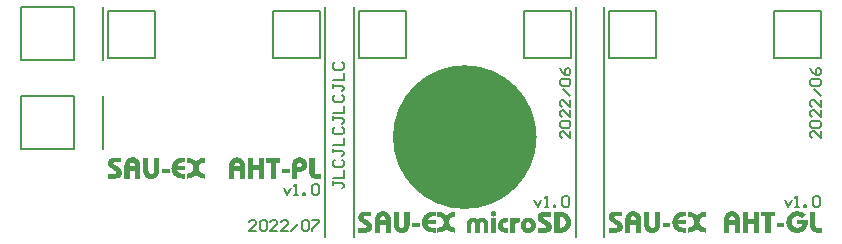
<source format=gto>
G04*
G04 #@! TF.GenerationSoftware,Altium Limited,Altium Designer,19.1.5 (86)*
G04*
G04 Layer_Color=65535*
%FSLAX25Y25*%
%MOIN*%
G70*
G01*
G75*
%ADD46C,0.00600*%
%ADD47C,0.00591*%
%ADD48C,0.00800*%
%ADD49C,0.00598*%
%ADD50C,0.00787*%
G36*
X63567Y29931D02*
X63526D01*
X63476Y29923D01*
X63409Y29915D01*
X63326Y29906D01*
X63226Y29890D01*
X63126Y29873D01*
X63009Y29848D01*
X62759Y29781D01*
X62509Y29690D01*
X62384Y29631D01*
X62260Y29565D01*
X62143Y29481D01*
X62035Y29398D01*
X62026Y29390D01*
X62010Y29373D01*
X61985Y29348D01*
X61951Y29306D01*
X61910Y29256D01*
X61860Y29198D01*
X61818Y29131D01*
X61768Y29048D01*
X61710Y28956D01*
X61668Y28857D01*
X61618Y28748D01*
X61576Y28632D01*
X61543Y28507D01*
X61518Y28373D01*
X61501Y28223D01*
X61493Y28074D01*
Y28065D01*
Y28040D01*
Y27990D01*
X61501Y27932D01*
X61510Y27865D01*
X61518Y27782D01*
X61535Y27690D01*
X61560Y27590D01*
X61626Y27382D01*
X61668Y27266D01*
X61718Y27157D01*
X61785Y27049D01*
X61860Y26941D01*
X61943Y26841D01*
X62035Y26741D01*
X62043Y26732D01*
X62060Y26716D01*
X62093Y26699D01*
X62135Y26666D01*
X62193Y26624D01*
X62260Y26583D01*
X62343Y26541D01*
X62435Y26491D01*
X62534Y26441D01*
X62651Y26391D01*
X62776Y26349D01*
X62918Y26308D01*
X63059Y26274D01*
X63218Y26241D01*
X63392Y26224D01*
X63567Y26208D01*
Y24567D01*
X63526D01*
X63467Y24575D01*
X63401Y24583D01*
X63309Y24592D01*
X63209Y24600D01*
X63092Y24617D01*
X62968Y24642D01*
X62834Y24658D01*
X62693Y24692D01*
X62401Y24758D01*
X62101Y24850D01*
X61818Y24958D01*
X61810Y24967D01*
X61785Y24975D01*
X61751Y24992D01*
X61693Y25025D01*
X61635Y25058D01*
X61560Y25100D01*
X61476Y25150D01*
X61393Y25208D01*
X61202Y25350D01*
X60993Y25516D01*
X60794Y25708D01*
X60602Y25933D01*
X60593Y25924D01*
X60577Y25908D01*
X60552Y25874D01*
X60510Y25833D01*
X60469Y25774D01*
X60410Y25716D01*
X60344Y25649D01*
X60269Y25574D01*
X60177Y25500D01*
X60085Y25416D01*
X59877Y25258D01*
X59644Y25100D01*
X59377Y24958D01*
X59369D01*
X59344Y24941D01*
X59302Y24925D01*
X59244Y24908D01*
X59177Y24883D01*
X59094Y24850D01*
X58994Y24816D01*
X58886Y24783D01*
X58761Y24750D01*
X58628Y24717D01*
X58486Y24683D01*
X58336Y24650D01*
X58170Y24625D01*
X58003Y24600D01*
X57636Y24567D01*
Y26208D01*
X57678D01*
X57728Y26216D01*
X57795Y26224D01*
X57878Y26233D01*
X57978Y26249D01*
X58078Y26266D01*
X58195Y26291D01*
X58436Y26358D01*
X58694Y26449D01*
X58819Y26507D01*
X58936Y26574D01*
X59052Y26657D01*
X59161Y26741D01*
X59169Y26749D01*
X59186Y26766D01*
X59211Y26791D01*
X59244Y26832D01*
X59286Y26882D01*
X59336Y26941D01*
X59386Y27007D01*
X59436Y27091D01*
X59486Y27182D01*
X59536Y27282D01*
X59586Y27391D01*
X59627Y27507D01*
X59661Y27640D01*
X59686Y27774D01*
X59702Y27924D01*
X59711Y28073D01*
Y28082D01*
Y28107D01*
Y28157D01*
X59702Y28215D01*
X59694Y28282D01*
X59686Y28365D01*
X59669Y28457D01*
X59644Y28548D01*
X59577Y28765D01*
X59536Y28873D01*
X59477Y28982D01*
X59419Y29090D01*
X59344Y29198D01*
X59261Y29306D01*
X59161Y29398D01*
X59152Y29406D01*
X59136Y29423D01*
X59102Y29448D01*
X59061Y29473D01*
X59003Y29515D01*
X58936Y29556D01*
X58853Y29598D01*
X58761Y29648D01*
X58661Y29698D01*
X58544Y29748D01*
X58419Y29790D01*
X58286Y29831D01*
X58136Y29864D01*
X57978Y29898D01*
X57811Y29915D01*
X57636Y29931D01*
Y31572D01*
X57678D01*
X57736Y31564D01*
X57803Y31556D01*
X57886Y31547D01*
X57986Y31539D01*
X58103Y31522D01*
X58219Y31506D01*
X58353Y31481D01*
X58494Y31455D01*
X58778Y31389D01*
X59069Y31297D01*
X59352Y31181D01*
X59361D01*
X59386Y31164D01*
X59427Y31147D01*
X59477Y31122D01*
X59536Y31081D01*
X59611Y31039D01*
X59694Y30989D01*
X59785Y30931D01*
X59977Y30797D01*
X60185Y30623D01*
X60402Y30423D01*
X60602Y30198D01*
X60610Y30206D01*
X60627Y30223D01*
X60652Y30256D01*
X60694Y30306D01*
X60743Y30356D01*
X60802Y30423D01*
X60868Y30489D01*
X60943Y30564D01*
X61035Y30639D01*
X61127Y30722D01*
X61335Y30889D01*
X61576Y31039D01*
X61835Y31181D01*
X61843D01*
X61868Y31197D01*
X61910Y31214D01*
X61968Y31239D01*
X62035Y31264D01*
X62118Y31289D01*
X62218Y31322D01*
X62326Y31356D01*
X62451Y31389D01*
X62576Y31431D01*
X62726Y31455D01*
X62876Y31489D01*
X63034Y31514D01*
X63209Y31539D01*
X63567Y31572D01*
Y29931D01*
D02*
G37*
G36*
X57012Y29981D02*
X56995D01*
X56962Y29989D01*
X56845D01*
X56803Y29998D01*
X56495D01*
X56412Y29989D01*
X56320Y29981D01*
X56220Y29973D01*
X56112Y29964D01*
X55879Y29931D01*
X55637Y29881D01*
X55396Y29814D01*
X55287Y29773D01*
X55179Y29723D01*
X55171D01*
X55154Y29706D01*
X55129Y29698D01*
X55087Y29673D01*
X54996Y29606D01*
X54879Y29515D01*
X54754Y29398D01*
X54621Y29256D01*
X54504Y29090D01*
X54404Y28890D01*
X57012D01*
Y27324D01*
X54371D01*
Y27316D01*
X54379Y27299D01*
X54388Y27266D01*
X54404Y27232D01*
X54429Y27182D01*
X54454Y27124D01*
X54529Y26999D01*
X54629Y26857D01*
X54763Y26707D01*
X54838Y26641D01*
X54921Y26574D01*
X55021Y26507D01*
X55121Y26449D01*
X55129D01*
X55146Y26441D01*
X55179Y26424D01*
X55229Y26408D01*
X55287Y26382D01*
X55354Y26358D01*
X55437Y26333D01*
X55529Y26308D01*
X55637Y26283D01*
X55754Y26258D01*
X55879Y26233D01*
X56020Y26208D01*
X56170Y26191D01*
X56329Y26174D01*
X56495Y26166D01*
X57012D01*
Y24567D01*
X56678D01*
X56595Y24575D01*
X56395D01*
X56287Y24583D01*
X56037Y24600D01*
X55762Y24625D01*
X55487Y24658D01*
X55221Y24708D01*
X55212D01*
X55187Y24717D01*
X55154Y24725D01*
X55104Y24733D01*
X55046Y24750D01*
X54979Y24775D01*
X54821Y24825D01*
X54638Y24883D01*
X54446Y24958D01*
X54246Y25050D01*
X54063Y25158D01*
X54054Y25166D01*
X54030Y25183D01*
X53988Y25208D01*
X53938Y25250D01*
X53871Y25291D01*
X53796Y25350D01*
X53713Y25425D01*
X53630Y25500D01*
X53538Y25583D01*
X53438Y25683D01*
X53238Y25891D01*
X53047Y26133D01*
X52880Y26408D01*
X52872Y26416D01*
X52863Y26441D01*
X52838Y26482D01*
X52813Y26541D01*
X52780Y26607D01*
X52747Y26699D01*
X52713Y26791D01*
X52672Y26899D01*
X52630Y27016D01*
X52597Y27149D01*
X52563Y27282D01*
X52530Y27432D01*
X52480Y27740D01*
X52472Y27907D01*
X52464Y28073D01*
Y28082D01*
Y28115D01*
Y28165D01*
X52472Y28223D01*
X52480Y28307D01*
X52488Y28398D01*
X52497Y28507D01*
X52513Y28623D01*
X52538Y28748D01*
X52563Y28881D01*
X52638Y29156D01*
X52688Y29298D01*
X52747Y29448D01*
X52805Y29590D01*
X52880Y29731D01*
X52888Y29739D01*
X52897Y29765D01*
X52922Y29806D01*
X52955Y29856D01*
X52997Y29923D01*
X53055Y29998D01*
X53113Y30081D01*
X53188Y30173D01*
X53263Y30273D01*
X53355Y30373D01*
X53446Y30473D01*
X53555Y30581D01*
X53671Y30681D01*
X53796Y30789D01*
X53921Y30889D01*
X54063Y30981D01*
X54071D01*
X54088Y30997D01*
X54113Y31006D01*
X54146Y31031D01*
X54196Y31056D01*
X54246Y31081D01*
X54313Y31114D01*
X54388Y31147D01*
X54554Y31222D01*
X54754Y31297D01*
X54979Y31372D01*
X55221Y31431D01*
X55229D01*
X55254Y31439D01*
X55287Y31447D01*
X55346Y31455D01*
X55412Y31464D01*
X55487Y31481D01*
X55579Y31489D01*
X55679Y31506D01*
X55796Y31522D01*
X55920Y31530D01*
X56054Y31547D01*
X56187Y31556D01*
X56495Y31572D01*
X56828Y31580D01*
X57012D01*
Y29981D01*
D02*
G37*
G36*
X83329Y24500D02*
X81597D01*
Y27332D01*
X79739D01*
Y24500D01*
X77990D01*
Y31514D01*
X79739D01*
Y29023D01*
X81597D01*
Y31514D01*
X83329D01*
Y24500D01*
D02*
G37*
G36*
X95308Y31631D02*
X95383D01*
X95475Y31614D01*
X95583Y31605D01*
X95700Y31580D01*
X95824Y31547D01*
X95966Y31514D01*
X96108Y31464D01*
X96258Y31405D01*
X96399Y31339D01*
X96549Y31256D01*
X96699Y31164D01*
X96841Y31056D01*
X96982Y30931D01*
X96991Y30922D01*
X97016Y30897D01*
X97049Y30856D01*
X97099Y30806D01*
X97149Y30739D01*
X97216Y30656D01*
X97274Y30556D01*
X97349Y30448D01*
X97416Y30331D01*
X97482Y30198D01*
X97540Y30048D01*
X97591Y29898D01*
X97641Y29731D01*
X97674Y29565D01*
X97699Y29381D01*
X97707Y29190D01*
Y29181D01*
Y29140D01*
X97699Y29081D01*
Y29006D01*
X97682Y28915D01*
X97665Y28807D01*
X97641Y28690D01*
X97607Y28557D01*
X97566Y28415D01*
X97515Y28273D01*
X97457Y28124D01*
X97382Y27974D01*
X97291Y27832D01*
X97191Y27682D01*
X97066Y27549D01*
X96932Y27415D01*
X96924Y27407D01*
X96899Y27391D01*
X96849Y27357D01*
X96791Y27316D01*
X96716Y27257D01*
X96616Y27207D01*
X96508Y27141D01*
X96383Y27082D01*
X96241Y27024D01*
X96091Y26957D01*
X95925Y26907D01*
X95741Y26857D01*
X95541Y26807D01*
X95333Y26774D01*
X95108Y26757D01*
X94875Y26749D01*
X94700D01*
Y28423D01*
X95042D01*
X95117Y28432D01*
X95216Y28448D01*
X95333Y28473D01*
X95450Y28515D01*
X95566Y28565D01*
X95666Y28632D01*
X95675Y28640D01*
X95708Y28673D01*
X95749Y28723D01*
X95799Y28790D01*
X95841Y28873D01*
X95883Y28973D01*
X95916Y29081D01*
X95925Y29215D01*
Y29231D01*
Y29265D01*
X95916Y29323D01*
X95899Y29398D01*
X95875Y29481D01*
X95833Y29573D01*
X95783Y29665D01*
X95708Y29748D01*
X95700Y29756D01*
X95666Y29781D01*
X95625Y29814D01*
X95558Y29856D01*
X95483Y29898D01*
X95391Y29931D01*
X95283Y29956D01*
X95166Y29964D01*
X95108D01*
X95042Y29948D01*
X94958Y29931D01*
X94867Y29906D01*
X94767Y29856D01*
X94675Y29798D01*
X94592Y29715D01*
X94583Y29706D01*
X94558Y29673D01*
X94525Y29615D01*
X94492Y29531D01*
X94458Y29440D01*
X94425Y29315D01*
X94400Y29181D01*
X94392Y29023D01*
Y24500D01*
X92642D01*
Y29015D01*
Y29032D01*
Y29065D01*
X92651Y29131D01*
Y29206D01*
X92667Y29306D01*
X92676Y29423D01*
X92701Y29556D01*
X92734Y29690D01*
X92767Y29840D01*
X92817Y29998D01*
X92867Y30156D01*
X92934Y30314D01*
X93017Y30473D01*
X93109Y30623D01*
X93217Y30773D01*
X93342Y30914D01*
X93350Y30922D01*
X93375Y30947D01*
X93417Y30981D01*
X93467Y31031D01*
X93542Y31081D01*
X93625Y31147D01*
X93725Y31206D01*
X93842Y31281D01*
X93967Y31347D01*
X94108Y31414D01*
X94258Y31472D01*
X94425Y31522D01*
X94608Y31572D01*
X94792Y31605D01*
X95000Y31631D01*
X95208Y31639D01*
X95258D01*
X95308Y31631D01*
D02*
G37*
G36*
X51830Y26424D02*
X49198D01*
Y27715D01*
X51830D01*
Y26424D01*
D02*
G37*
G36*
X91834Y26358D02*
X89202D01*
Y27649D01*
X91834D01*
Y26358D01*
D02*
G37*
G36*
X48382Y27432D02*
Y27415D01*
Y27374D01*
X48373Y27299D01*
Y27207D01*
X48357Y27091D01*
X48340Y26957D01*
X48324Y26807D01*
X48290Y26649D01*
X48248Y26474D01*
X48207Y26299D01*
X48140Y26116D01*
X48074Y25933D01*
X47990Y25758D01*
X47890Y25574D01*
X47782Y25408D01*
X47649Y25250D01*
X47640Y25241D01*
X47615Y25216D01*
X47574Y25175D01*
X47515Y25125D01*
X47440Y25066D01*
X47357Y24991D01*
X47249Y24925D01*
X47132Y24850D01*
X46999Y24767D01*
X46849Y24700D01*
X46691Y24633D01*
X46524Y24567D01*
X46333Y24517D01*
X46141Y24475D01*
X45933Y24450D01*
X45708Y24442D01*
X45658D01*
X45591Y24450D01*
X45508Y24458D01*
X45408Y24467D01*
X45291Y24483D01*
X45158Y24508D01*
X45016Y24542D01*
X44858Y24583D01*
X44700Y24642D01*
X44542Y24708D01*
X44383Y24783D01*
X44217Y24875D01*
X44058Y24983D01*
X43909Y25108D01*
X43767Y25250D01*
X43759Y25258D01*
X43734Y25291D01*
X43700Y25333D01*
X43650Y25400D01*
X43600Y25483D01*
X43542Y25583D01*
X43475Y25699D01*
X43409Y25833D01*
X43334Y25974D01*
X43275Y26141D01*
X43209Y26324D01*
X43159Y26516D01*
X43109Y26724D01*
X43075Y26949D01*
X43051Y27182D01*
X43042Y27432D01*
Y31580D01*
X44783D01*
Y27324D01*
Y27316D01*
Y27299D01*
Y27274D01*
Y27232D01*
X44791Y27182D01*
X44800Y27132D01*
X44816Y27007D01*
X44842Y26866D01*
X44883Y26716D01*
X44941Y26583D01*
X45016Y26458D01*
X45025Y26441D01*
X45058Y26408D01*
X45116Y26366D01*
X45191Y26308D01*
X45291Y26249D01*
X45408Y26208D01*
X45550Y26174D01*
X45708Y26158D01*
X45750D01*
X45783Y26166D01*
X45866Y26174D01*
X45966Y26199D01*
X46083Y26233D01*
X46199Y26283D01*
X46308Y26358D01*
X46407Y26458D01*
X46416Y26474D01*
X46449Y26516D01*
X46483Y26583D01*
X46532Y26682D01*
X46574Y26799D01*
X46616Y26949D01*
X46641Y27124D01*
X46649Y27324D01*
Y31580D01*
X48382D01*
Y27432D01*
D02*
G37*
G36*
X39552Y31689D02*
X39635D01*
X39735Y31672D01*
X39860Y31655D01*
X39985Y31631D01*
X40135Y31597D01*
X40285Y31556D01*
X40443Y31497D01*
X40602Y31431D01*
X40768Y31356D01*
X40926Y31256D01*
X41085Y31147D01*
X41235Y31022D01*
X41376Y30881D01*
X41385Y30872D01*
X41410Y30847D01*
X41443Y30797D01*
X41493Y30731D01*
X41551Y30656D01*
X41609Y30556D01*
X41676Y30439D01*
X41751Y30306D01*
X41818Y30156D01*
X41884Y29998D01*
X41943Y29823D01*
X42001Y29623D01*
X42051Y29423D01*
X42084Y29198D01*
X42109Y28965D01*
X42118Y28715D01*
Y24567D01*
X40377D01*
Y27166D01*
X38819D01*
Y28815D01*
X40377D01*
Y28890D01*
Y28898D01*
Y28915D01*
Y28940D01*
Y28973D01*
X40360Y29065D01*
X40343Y29181D01*
X40310Y29306D01*
X40268Y29440D01*
X40202Y29573D01*
X40118Y29690D01*
X40110Y29706D01*
X40077Y29739D01*
X40018Y29781D01*
X39944Y29840D01*
X39843Y29898D01*
X39727Y29939D01*
X39585Y29973D01*
X39435Y29989D01*
X39394D01*
X39360Y29981D01*
X39277Y29973D01*
X39177Y29948D01*
X39069Y29915D01*
X38952Y29856D01*
X38844Y29781D01*
X38744Y29681D01*
X38736Y29665D01*
X38711Y29623D01*
X38669Y29556D01*
X38627Y29456D01*
X38586Y29331D01*
X38544Y29181D01*
X38519Y29006D01*
X38511Y28798D01*
Y24567D01*
X36770D01*
Y28715D01*
Y28732D01*
Y28773D01*
X36778Y28848D01*
Y28940D01*
X36795Y29057D01*
X36811Y29190D01*
X36828Y29331D01*
X36861Y29498D01*
X36903Y29665D01*
X36945Y29840D01*
X37003Y30023D01*
X37078Y30198D01*
X37161Y30381D01*
X37253Y30556D01*
X37369Y30722D01*
X37495Y30881D01*
X37503Y30889D01*
X37528Y30914D01*
X37569Y30956D01*
X37628Y31006D01*
X37703Y31072D01*
X37794Y31139D01*
X37894Y31214D01*
X38011Y31289D01*
X38144Y31364D01*
X38294Y31439D01*
X38452Y31506D01*
X38619Y31572D01*
X38811Y31622D01*
X39002Y31664D01*
X39219Y31689D01*
X39435Y31697D01*
X39485D01*
X39552Y31689D01*
D02*
G37*
G36*
X35562Y29973D02*
X33596D01*
X33513Y29964D01*
X33429Y29956D01*
X33338Y29948D01*
X33263Y29931D01*
X33196Y29906D01*
X33188D01*
X33171Y29898D01*
X33130Y29856D01*
X33080Y29798D01*
X33063Y29748D01*
X33055Y29698D01*
Y29690D01*
Y29673D01*
X33063Y29648D01*
X33071Y29606D01*
X33105Y29523D01*
X33130Y29465D01*
X33163Y29415D01*
X33171Y29406D01*
X33188Y29390D01*
X33213Y29365D01*
X33255Y29331D01*
X33296Y29290D01*
X33363Y29240D01*
X33429Y29190D01*
X33513Y29140D01*
X34829Y28348D01*
X34837D01*
X34854Y28332D01*
X34887Y28315D01*
X34920Y28290D01*
X34971Y28257D01*
X35020Y28215D01*
X35145Y28115D01*
X35287Y27999D01*
X35429Y27857D01*
X35570Y27707D01*
X35687Y27532D01*
Y27524D01*
X35704Y27507D01*
X35712Y27482D01*
X35737Y27449D01*
X35754Y27407D01*
X35778Y27357D01*
X35837Y27232D01*
X35895Y27082D01*
X35937Y26907D01*
X35970Y26716D01*
X35987Y26516D01*
Y26507D01*
Y26491D01*
Y26466D01*
Y26432D01*
X35978Y26341D01*
X35962Y26224D01*
X35937Y26091D01*
X35895Y25941D01*
X35845Y25791D01*
X35778Y25633D01*
Y25624D01*
X35770Y25616D01*
X35745Y25566D01*
X35695Y25491D01*
X35637Y25400D01*
X35554Y25291D01*
X35462Y25183D01*
X35345Y25075D01*
X35220Y24975D01*
X35204Y24967D01*
X35170Y24941D01*
X35104Y24900D01*
X35020Y24850D01*
X34912Y24800D01*
X34795Y24750D01*
X34662Y24700D01*
X34521Y24658D01*
X34504D01*
X34479Y24650D01*
X34446Y24642D01*
X34404Y24633D01*
X34354D01*
X34287Y24625D01*
X34221Y24617D01*
X34137Y24608D01*
X34046Y24600D01*
X33937Y24592D01*
X33829Y24583D01*
X33704Y24575D01*
X33571D01*
X33429Y24567D01*
X31239D01*
Y26241D01*
X33688D01*
X33729Y26249D01*
X33779D01*
X33888Y26274D01*
X33937Y26299D01*
X33988Y26324D01*
X33996Y26333D01*
X34004Y26341D01*
X34046Y26391D01*
X34087Y26474D01*
X34096Y26524D01*
X34104Y26583D01*
Y26591D01*
Y26607D01*
X34096Y26632D01*
X34087Y26674D01*
X34071Y26716D01*
X34054Y26766D01*
X34021Y26816D01*
X33979Y26866D01*
X33971Y26874D01*
X33954Y26891D01*
X33929Y26924D01*
X33888Y26957D01*
X33838Y27007D01*
X33779Y27057D01*
X33704Y27107D01*
X33621Y27166D01*
X32272Y27982D01*
X32263D01*
X32255Y27999D01*
X32230Y28015D01*
X32197Y28032D01*
X32113Y28098D01*
X32005Y28182D01*
X31888Y28282D01*
X31763Y28415D01*
X31639Y28557D01*
X31530Y28715D01*
Y28723D01*
X31522Y28732D01*
X31505Y28757D01*
X31488Y28790D01*
X31447Y28881D01*
X31397Y28998D01*
X31347Y29140D01*
X31305Y29298D01*
X31272Y29465D01*
X31264Y29640D01*
Y29648D01*
Y29656D01*
Y29681D01*
Y29715D01*
X31272Y29806D01*
X31280Y29915D01*
X31297Y30048D01*
X31330Y30181D01*
X31364Y30331D01*
X31413Y30473D01*
Y30481D01*
X31422Y30489D01*
X31447Y30539D01*
X31480Y30606D01*
X31530Y30698D01*
X31597Y30797D01*
X31680Y30906D01*
X31772Y31014D01*
X31880Y31114D01*
X31897Y31122D01*
X31930Y31156D01*
X31997Y31197D01*
X32080Y31256D01*
X32180Y31314D01*
X32305Y31372D01*
X32438Y31422D01*
X32588Y31472D01*
X32596D01*
X32605Y31481D01*
X32630D01*
X32671Y31489D01*
X32713Y31497D01*
X32771Y31506D01*
X32838Y31514D01*
X32921Y31530D01*
X33013Y31539D01*
X33113Y31547D01*
X33221Y31556D01*
X33346Y31564D01*
X33479Y31572D01*
X33629D01*
X33788Y31580D01*
X35562D01*
Y29973D01*
D02*
G37*
G36*
X100156Y26849D02*
Y26832D01*
Y26791D01*
X100164Y26724D01*
X100181Y26649D01*
X100198Y26557D01*
X100231Y26466D01*
X100281Y26383D01*
X100339Y26308D01*
X100348Y26299D01*
X100373Y26283D01*
X100414Y26249D01*
X100473Y26224D01*
X100556Y26191D01*
X100648Y26158D01*
X100756Y26141D01*
X100881Y26133D01*
X102239D01*
Y24500D01*
X100731D01*
X100648Y24508D01*
X100539Y24517D01*
X100423Y24533D01*
X100289Y24550D01*
X100156Y24575D01*
X100006Y24600D01*
X99856Y24642D01*
X99698Y24683D01*
X99548Y24742D01*
X99398Y24808D01*
X99256Y24883D01*
X99123Y24975D01*
X99007Y25075D01*
X98998Y25083D01*
X98982Y25100D01*
X98948Y25133D01*
X98915Y25183D01*
X98865Y25241D01*
X98815Y25316D01*
X98765Y25408D01*
X98707Y25508D01*
X98648Y25624D01*
X98598Y25758D01*
X98548Y25899D01*
X98498Y26066D01*
X98465Y26233D01*
X98432Y26424D01*
X98415Y26624D01*
X98407Y26841D01*
Y31514D01*
X100156D01*
Y26849D01*
D02*
G37*
G36*
X88727Y29881D02*
X87228D01*
Y24500D01*
X85487D01*
Y29881D01*
X83988D01*
Y31514D01*
X88727D01*
Y29881D01*
D02*
G37*
G36*
X74441Y31622D02*
X74525D01*
X74625Y31605D01*
X74750Y31589D01*
X74875Y31564D01*
X75024Y31530D01*
X75174Y31489D01*
X75333Y31431D01*
X75491Y31364D01*
X75658Y31289D01*
X75816Y31189D01*
X75974Y31081D01*
X76124Y30956D01*
X76266Y30814D01*
X76274Y30806D01*
X76299Y30781D01*
X76332Y30731D01*
X76382Y30664D01*
X76441Y30589D01*
X76499Y30489D01*
X76566Y30373D01*
X76640Y30239D01*
X76707Y30089D01*
X76774Y29931D01*
X76832Y29756D01*
X76890Y29556D01*
X76940Y29356D01*
X76974Y29131D01*
X76999Y28898D01*
X77007Y28648D01*
Y24500D01*
X75266D01*
Y27099D01*
X73708D01*
Y28748D01*
X75266D01*
Y28823D01*
Y28832D01*
Y28848D01*
Y28873D01*
Y28907D01*
X75249Y28998D01*
X75233Y29115D01*
X75199Y29240D01*
X75158Y29373D01*
X75091Y29506D01*
X75008Y29623D01*
X74999Y29640D01*
X74966Y29673D01*
X74908Y29715D01*
X74833Y29773D01*
X74733Y29831D01*
X74616Y29873D01*
X74475Y29906D01*
X74325Y29923D01*
X74283D01*
X74250Y29915D01*
X74167Y29906D01*
X74067Y29881D01*
X73958Y29848D01*
X73842Y29790D01*
X73733Y29715D01*
X73633Y29615D01*
X73625Y29598D01*
X73600Y29556D01*
X73558Y29490D01*
X73517Y29390D01*
X73475Y29265D01*
X73434Y29115D01*
X73409Y28940D01*
X73400Y28732D01*
Y24500D01*
X71659D01*
Y28648D01*
Y28665D01*
Y28707D01*
X71667Y28782D01*
Y28873D01*
X71684Y28990D01*
X71701Y29123D01*
X71718Y29265D01*
X71751Y29431D01*
X71793Y29598D01*
X71834Y29773D01*
X71892Y29956D01*
X71967Y30131D01*
X72051Y30314D01*
X72142Y30489D01*
X72259Y30656D01*
X72384Y30814D01*
X72392Y30822D01*
X72417Y30847D01*
X72459Y30889D01*
X72517Y30939D01*
X72592Y31006D01*
X72684Y31072D01*
X72784Y31147D01*
X72900Y31222D01*
X73034Y31297D01*
X73184Y31372D01*
X73342Y31439D01*
X73509Y31506D01*
X73700Y31556D01*
X73892Y31597D01*
X74108Y31622D01*
X74325Y31631D01*
X74375D01*
X74441Y31622D01*
D02*
G37*
G36*
X153674Y61710D02*
X155942Y61259D01*
X158155Y60588D01*
X160291Y59703D01*
X162331Y58613D01*
X164254Y57328D01*
X166042Y55861D01*
X167677Y54226D01*
X169144Y52438D01*
X170429Y50515D01*
X171519Y48476D01*
X172404Y46339D01*
X173075Y44126D01*
X173526Y41858D01*
X173753Y39556D01*
Y38400D01*
Y37244D01*
X173526Y34942D01*
X173075Y32674D01*
X172404Y30461D01*
X171519Y28324D01*
X170429Y26285D01*
X169144Y24362D01*
X167677Y22574D01*
X166042Y20939D01*
X164254Y19472D01*
X162331Y18187D01*
X160291Y17097D01*
X158155Y16212D01*
X155942Y15540D01*
X153674Y15089D01*
X151372Y14863D01*
X149059D01*
X146758Y15089D01*
X144490Y15540D01*
X142277Y16212D01*
X140140Y17097D01*
X138101Y18187D01*
X136178Y19472D01*
X134390Y20939D01*
X132755Y22574D01*
X131288Y24362D01*
X130003Y26285D01*
X128913Y28324D01*
X128028Y30461D01*
X127356Y32674D01*
X126905Y34942D01*
X126679Y37244D01*
Y38400D01*
Y39556D01*
X126905Y41858D01*
X127356Y44126D01*
X128028Y46339D01*
X128913Y48476D01*
X130003Y50515D01*
X131288Y52438D01*
X132755Y54226D01*
X134390Y55861D01*
X136178Y57328D01*
X138101Y58613D01*
X140140Y59703D01*
X142277Y60588D01*
X144490Y61259D01*
X146758Y61710D01*
X149059Y61937D01*
X151372D01*
X153674Y61710D01*
D02*
G37*
G36*
X230522Y11931D02*
X230480D01*
X230430Y11923D01*
X230363Y11914D01*
X230280Y11906D01*
X230180Y11889D01*
X230080Y11873D01*
X229964Y11848D01*
X229714Y11781D01*
X229464Y11689D01*
X229339Y11631D01*
X229214Y11565D01*
X229097Y11481D01*
X228989Y11398D01*
X228981Y11390D01*
X228964Y11373D01*
X228939Y11348D01*
X228906Y11306D01*
X228864Y11256D01*
X228814Y11198D01*
X228772Y11131D01*
X228722Y11048D01*
X228664Y10956D01*
X228622Y10857D01*
X228572Y10748D01*
X228531Y10632D01*
X228498Y10507D01*
X228472Y10373D01*
X228456Y10223D01*
X228448Y10074D01*
Y10065D01*
Y10040D01*
Y9990D01*
X228456Y9932D01*
X228464Y9865D01*
X228472Y9782D01*
X228489Y9690D01*
X228514Y9590D01*
X228581Y9382D01*
X228622Y9266D01*
X228672Y9157D01*
X228739Y9049D01*
X228814Y8941D01*
X228897Y8841D01*
X228989Y8741D01*
X228997Y8732D01*
X229014Y8716D01*
X229047Y8699D01*
X229089Y8666D01*
X229147Y8624D01*
X229214Y8582D01*
X229297Y8541D01*
X229389Y8491D01*
X229489Y8441D01*
X229605Y8391D01*
X229730Y8349D01*
X229872Y8308D01*
X230013Y8274D01*
X230172Y8241D01*
X230347Y8224D01*
X230522Y8208D01*
Y6567D01*
X230480D01*
X230422Y6575D01*
X230355Y6583D01*
X230263Y6592D01*
X230164Y6600D01*
X230047Y6617D01*
X229922Y6641D01*
X229789Y6658D01*
X229647Y6691D01*
X229356Y6758D01*
X229056Y6850D01*
X228772Y6958D01*
X228764Y6966D01*
X228739Y6975D01*
X228706Y6991D01*
X228647Y7025D01*
X228589Y7058D01*
X228514Y7100D01*
X228431Y7150D01*
X228347Y7208D01*
X228156Y7350D01*
X227948Y7516D01*
X227748Y7708D01*
X227556Y7933D01*
X227548Y7924D01*
X227531Y7908D01*
X227506Y7874D01*
X227465Y7833D01*
X227423Y7774D01*
X227365Y7716D01*
X227298Y7649D01*
X227223Y7575D01*
X227131Y7500D01*
X227040Y7416D01*
X226832Y7258D01*
X226598Y7100D01*
X226332Y6958D01*
X226323D01*
X226298Y6941D01*
X226257Y6925D01*
X226198Y6908D01*
X226132Y6883D01*
X226048Y6850D01*
X225949Y6816D01*
X225840Y6783D01*
X225715Y6750D01*
X225582Y6717D01*
X225440Y6683D01*
X225290Y6650D01*
X225124Y6625D01*
X224957Y6600D01*
X224591Y6567D01*
Y8208D01*
X224632D01*
X224682Y8216D01*
X224749Y8224D01*
X224832Y8233D01*
X224932Y8249D01*
X225032Y8266D01*
X225149Y8291D01*
X225390Y8358D01*
X225649Y8449D01*
X225774Y8507D01*
X225890Y8574D01*
X226007Y8657D01*
X226115Y8741D01*
X226123Y8749D01*
X226140Y8766D01*
X226165Y8791D01*
X226198Y8832D01*
X226240Y8882D01*
X226290Y8941D01*
X226340Y9007D01*
X226390Y9091D01*
X226440Y9182D01*
X226490Y9282D01*
X226540Y9390D01*
X226582Y9507D01*
X226615Y9640D01*
X226640Y9774D01*
X226657Y9924D01*
X226665Y10074D01*
Y10082D01*
Y10107D01*
Y10157D01*
X226657Y10215D01*
X226648Y10282D01*
X226640Y10365D01*
X226623Y10457D01*
X226598Y10548D01*
X226532Y10765D01*
X226490Y10873D01*
X226432Y10982D01*
X226373Y11090D01*
X226298Y11198D01*
X226215Y11306D01*
X226115Y11398D01*
X226107Y11406D01*
X226090Y11423D01*
X226057Y11448D01*
X226015Y11473D01*
X225957Y11515D01*
X225890Y11556D01*
X225807Y11598D01*
X225715Y11648D01*
X225615Y11698D01*
X225499Y11748D01*
X225374Y11789D01*
X225240Y11831D01*
X225091Y11864D01*
X224932Y11898D01*
X224766Y11914D01*
X224591Y11931D01*
Y13572D01*
X224632D01*
X224691Y13564D01*
X224757Y13555D01*
X224841Y13547D01*
X224941Y13539D01*
X225057Y13522D01*
X225174Y13505D01*
X225307Y13480D01*
X225449Y13455D01*
X225732Y13389D01*
X226024Y13297D01*
X226307Y13181D01*
X226315D01*
X226340Y13164D01*
X226382Y13147D01*
X226432Y13122D01*
X226490Y13081D01*
X226565Y13039D01*
X226648Y12989D01*
X226740Y12931D01*
X226931Y12797D01*
X227140Y12622D01*
X227356Y12423D01*
X227556Y12198D01*
X227565Y12206D01*
X227581Y12223D01*
X227606Y12256D01*
X227648Y12306D01*
X227698Y12356D01*
X227756Y12423D01*
X227823Y12489D01*
X227898Y12564D01*
X227989Y12639D01*
X228081Y12722D01*
X228289Y12889D01*
X228531Y13039D01*
X228789Y13181D01*
X228797D01*
X228822Y13197D01*
X228864Y13214D01*
X228922Y13239D01*
X228989Y13264D01*
X229072Y13289D01*
X229172Y13322D01*
X229280Y13355D01*
X229405Y13389D01*
X229530Y13431D01*
X229680Y13455D01*
X229830Y13489D01*
X229989Y13514D01*
X230164Y13539D01*
X230522Y13572D01*
Y11931D01*
D02*
G37*
G36*
X147045Y11931D02*
X147003D01*
X146953Y11923D01*
X146886Y11914D01*
X146803Y11906D01*
X146703Y11889D01*
X146603Y11873D01*
X146486Y11848D01*
X146237Y11781D01*
X145987Y11689D01*
X145862Y11631D01*
X145737Y11564D01*
X145620Y11481D01*
X145512Y11398D01*
X145503Y11390D01*
X145487Y11373D01*
X145462Y11348D01*
X145429Y11306D01*
X145387Y11256D01*
X145337Y11198D01*
X145295Y11131D01*
X145245Y11048D01*
X145187Y10956D01*
X145145Y10857D01*
X145095Y10748D01*
X145054Y10632D01*
X145020Y10507D01*
X144995Y10373D01*
X144979Y10223D01*
X144970Y10073D01*
Y10065D01*
Y10040D01*
Y9990D01*
X144979Y9932D01*
X144987Y9865D01*
X144995Y9782D01*
X145012Y9690D01*
X145037Y9590D01*
X145104Y9382D01*
X145145Y9265D01*
X145195Y9157D01*
X145262Y9049D01*
X145337Y8941D01*
X145420Y8841D01*
X145512Y8741D01*
X145520Y8732D01*
X145537Y8716D01*
X145570Y8699D01*
X145612Y8666D01*
X145670Y8624D01*
X145737Y8582D01*
X145820Y8541D01*
X145912Y8491D01*
X146012Y8441D01*
X146128Y8391D01*
X146253Y8349D01*
X146395Y8308D01*
X146536Y8274D01*
X146695Y8241D01*
X146870Y8224D01*
X147045Y8207D01*
Y6566D01*
X147003D01*
X146945Y6575D01*
X146878Y6583D01*
X146786Y6592D01*
X146686Y6600D01*
X146570Y6617D01*
X146445Y6641D01*
X146311Y6658D01*
X146170Y6691D01*
X145878Y6758D01*
X145578Y6850D01*
X145295Y6958D01*
X145287Y6966D01*
X145262Y6975D01*
X145229Y6991D01*
X145170Y7025D01*
X145112Y7058D01*
X145037Y7100D01*
X144954Y7150D01*
X144870Y7208D01*
X144679Y7350D01*
X144471Y7516D01*
X144271Y7708D01*
X144079Y7933D01*
X144071Y7924D01*
X144054Y7908D01*
X144029Y7874D01*
X143987Y7833D01*
X143946Y7774D01*
X143887Y7716D01*
X143821Y7649D01*
X143746Y7575D01*
X143654Y7500D01*
X143563Y7416D01*
X143354Y7258D01*
X143121Y7100D01*
X142854Y6958D01*
X142846D01*
X142821Y6941D01*
X142780Y6925D01*
X142721Y6908D01*
X142655Y6883D01*
X142571Y6850D01*
X142471Y6816D01*
X142363Y6783D01*
X142238Y6750D01*
X142105Y6717D01*
X141963Y6683D01*
X141813Y6650D01*
X141647Y6625D01*
X141480Y6600D01*
X141114Y6566D01*
Y8207D01*
X141155D01*
X141205Y8216D01*
X141272Y8224D01*
X141355Y8232D01*
X141455Y8249D01*
X141555Y8266D01*
X141672Y8291D01*
X141913Y8358D01*
X142172Y8449D01*
X142296Y8507D01*
X142413Y8574D01*
X142530Y8657D01*
X142638Y8741D01*
X142646Y8749D01*
X142663Y8766D01*
X142688Y8791D01*
X142721Y8832D01*
X142763Y8882D01*
X142813Y8941D01*
X142863Y9007D01*
X142913Y9091D01*
X142963Y9182D01*
X143013Y9282D01*
X143063Y9390D01*
X143104Y9507D01*
X143138Y9640D01*
X143163Y9774D01*
X143179Y9923D01*
X143188Y10073D01*
Y10082D01*
Y10107D01*
Y10157D01*
X143179Y10215D01*
X143171Y10282D01*
X143163Y10365D01*
X143146Y10457D01*
X143121Y10548D01*
X143054Y10765D01*
X143013Y10873D01*
X142955Y10981D01*
X142896Y11090D01*
X142821Y11198D01*
X142738Y11306D01*
X142638Y11398D01*
X142630Y11406D01*
X142613Y11423D01*
X142580Y11448D01*
X142538Y11473D01*
X142480Y11514D01*
X142413Y11556D01*
X142330Y11598D01*
X142238Y11648D01*
X142138Y11698D01*
X142022Y11748D01*
X141897Y11789D01*
X141763Y11831D01*
X141613Y11864D01*
X141455Y11898D01*
X141288Y11914D01*
X141114Y11931D01*
Y13572D01*
X141155D01*
X141214Y13564D01*
X141280Y13555D01*
X141363Y13547D01*
X141463Y13539D01*
X141580Y13522D01*
X141697Y13505D01*
X141830Y13480D01*
X141972Y13455D01*
X142255Y13389D01*
X142546Y13297D01*
X142830Y13181D01*
X142838D01*
X142863Y13164D01*
X142904Y13147D01*
X142955Y13122D01*
X143013Y13081D01*
X143088Y13039D01*
X143171Y12989D01*
X143263Y12931D01*
X143454Y12797D01*
X143663Y12622D01*
X143879Y12422D01*
X144079Y12198D01*
X144087Y12206D01*
X144104Y12223D01*
X144129Y12256D01*
X144171Y12306D01*
X144221Y12356D01*
X144279Y12422D01*
X144346Y12489D01*
X144421Y12564D01*
X144512Y12639D01*
X144604Y12722D01*
X144812Y12889D01*
X145054Y13039D01*
X145312Y13181D01*
X145320D01*
X145345Y13197D01*
X145387Y13214D01*
X145445Y13239D01*
X145512Y13264D01*
X145595Y13289D01*
X145695Y13322D01*
X145803Y13355D01*
X145928Y13389D01*
X146053Y13430D01*
X146203Y13455D01*
X146353Y13489D01*
X146511Y13514D01*
X146686Y13539D01*
X147045Y13572D01*
Y11931D01*
D02*
G37*
G36*
X223966Y11981D02*
X223949D01*
X223916Y11989D01*
X223799D01*
X223758Y11998D01*
X223449D01*
X223366Y11989D01*
X223275Y11981D01*
X223175Y11973D01*
X223066Y11964D01*
X222833Y11931D01*
X222591Y11881D01*
X222350Y11814D01*
X222242Y11773D01*
X222133Y11723D01*
X222125D01*
X222108Y11706D01*
X222083Y11698D01*
X222042Y11673D01*
X221950Y11606D01*
X221833Y11515D01*
X221708Y11398D01*
X221575Y11256D01*
X221459Y11090D01*
X221359Y10890D01*
X223966D01*
Y9324D01*
X221325D01*
Y9315D01*
X221334Y9299D01*
X221342Y9266D01*
X221359Y9232D01*
X221384Y9182D01*
X221409Y9124D01*
X221484Y8999D01*
X221584Y8857D01*
X221717Y8707D01*
X221792Y8641D01*
X221875Y8574D01*
X221975Y8507D01*
X222075Y8449D01*
X222083D01*
X222100Y8441D01*
X222133Y8424D01*
X222183Y8407D01*
X222242Y8382D01*
X222308Y8358D01*
X222392Y8332D01*
X222483Y8308D01*
X222591Y8282D01*
X222708Y8258D01*
X222833Y8233D01*
X222975Y8208D01*
X223125Y8191D01*
X223283Y8174D01*
X223449Y8166D01*
X223966D01*
Y6567D01*
X223633D01*
X223550Y6575D01*
X223349D01*
X223241Y6583D01*
X222991Y6600D01*
X222716Y6625D01*
X222442Y6658D01*
X222175Y6708D01*
X222167D01*
X222142Y6717D01*
X222108Y6725D01*
X222058Y6733D01*
X222000Y6750D01*
X221933Y6775D01*
X221775Y6825D01*
X221592Y6883D01*
X221400Y6958D01*
X221200Y7050D01*
X221017Y7158D01*
X221009Y7166D01*
X220984Y7183D01*
X220942Y7208D01*
X220892Y7250D01*
X220826Y7291D01*
X220751Y7350D01*
X220667Y7425D01*
X220584Y7500D01*
X220492Y7583D01*
X220392Y7683D01*
X220193Y7891D01*
X220001Y8133D01*
X219834Y8407D01*
X219826Y8416D01*
X219818Y8441D01*
X219793Y8483D01*
X219768Y8541D01*
X219734Y8607D01*
X219701Y8699D01*
X219668Y8791D01*
X219626Y8899D01*
X219584Y9016D01*
X219551Y9149D01*
X219518Y9282D01*
X219484Y9432D01*
X219434Y9740D01*
X219426Y9907D01*
X219418Y10074D01*
Y10082D01*
Y10115D01*
Y10165D01*
X219426Y10223D01*
X219434Y10307D01*
X219443Y10398D01*
X219451Y10507D01*
X219468Y10623D01*
X219493Y10748D01*
X219518Y10881D01*
X219593Y11156D01*
X219643Y11298D01*
X219701Y11448D01*
X219759Y11590D01*
X219834Y11731D01*
X219843Y11739D01*
X219851Y11765D01*
X219876Y11806D01*
X219909Y11856D01*
X219951Y11923D01*
X220009Y11998D01*
X220068Y12081D01*
X220143Y12173D01*
X220217Y12273D01*
X220309Y12373D01*
X220401Y12472D01*
X220509Y12581D01*
X220626Y12681D01*
X220751Y12789D01*
X220876Y12889D01*
X221017Y12981D01*
X221025D01*
X221042Y12997D01*
X221067Y13006D01*
X221100Y13031D01*
X221150Y13056D01*
X221200Y13081D01*
X221267Y13114D01*
X221342Y13147D01*
X221509Y13222D01*
X221708Y13297D01*
X221933Y13372D01*
X222175Y13431D01*
X222183D01*
X222208Y13439D01*
X222242Y13447D01*
X222300Y13455D01*
X222367Y13464D01*
X222442Y13480D01*
X222533Y13489D01*
X222633Y13505D01*
X222750Y13522D01*
X222875Y13530D01*
X223008Y13547D01*
X223141Y13555D01*
X223449Y13572D01*
X223783Y13580D01*
X223966D01*
Y11981D01*
D02*
G37*
G36*
X140489Y11981D02*
X140472D01*
X140439Y11989D01*
X140322D01*
X140280Y11998D01*
X139972D01*
X139889Y11989D01*
X139797Y11981D01*
X139698Y11973D01*
X139589Y11964D01*
X139356Y11931D01*
X139114Y11881D01*
X138873Y11814D01*
X138765Y11773D01*
X138656Y11723D01*
X138648D01*
X138631Y11706D01*
X138606Y11698D01*
X138565Y11673D01*
X138473Y11606D01*
X138356Y11514D01*
X138231Y11398D01*
X138098Y11256D01*
X137981Y11090D01*
X137882Y10890D01*
X140489D01*
Y9324D01*
X137848D01*
Y9315D01*
X137856Y9299D01*
X137865Y9265D01*
X137882Y9232D01*
X137907Y9182D01*
X137932Y9124D01*
X138006Y8999D01*
X138106Y8857D01*
X138240Y8707D01*
X138315Y8641D01*
X138398Y8574D01*
X138498Y8507D01*
X138598Y8449D01*
X138606D01*
X138623Y8441D01*
X138656Y8424D01*
X138706Y8407D01*
X138765Y8382D01*
X138831Y8358D01*
X138914Y8332D01*
X139006Y8308D01*
X139114Y8282D01*
X139231Y8258D01*
X139356Y8232D01*
X139497Y8207D01*
X139647Y8191D01*
X139806Y8174D01*
X139972Y8166D01*
X140489D01*
Y6566D01*
X140156D01*
X140072Y6575D01*
X139872D01*
X139764Y6583D01*
X139514Y6600D01*
X139239Y6625D01*
X138964Y6658D01*
X138698Y6708D01*
X138689D01*
X138664Y6717D01*
X138631Y6725D01*
X138581Y6733D01*
X138523Y6750D01*
X138456Y6775D01*
X138298Y6825D01*
X138115Y6883D01*
X137923Y6958D01*
X137723Y7050D01*
X137540Y7158D01*
X137532Y7166D01*
X137507Y7183D01*
X137465Y7208D01*
X137415Y7250D01*
X137348Y7291D01*
X137273Y7350D01*
X137190Y7424D01*
X137107Y7500D01*
X137015Y7583D01*
X136915Y7683D01*
X136715Y7891D01*
X136524Y8133D01*
X136357Y8407D01*
X136349Y8416D01*
X136340Y8441D01*
X136316Y8482D01*
X136291Y8541D01*
X136257Y8607D01*
X136224Y8699D01*
X136190Y8791D01*
X136149Y8899D01*
X136107Y9015D01*
X136074Y9149D01*
X136041Y9282D01*
X136007Y9432D01*
X135957Y9740D01*
X135949Y9907D01*
X135941Y10073D01*
Y10082D01*
Y10115D01*
Y10165D01*
X135949Y10223D01*
X135957Y10307D01*
X135966Y10398D01*
X135974Y10507D01*
X135991Y10623D01*
X136016Y10748D01*
X136041Y10881D01*
X136116Y11156D01*
X136165Y11298D01*
X136224Y11448D01*
X136282Y11590D01*
X136357Y11731D01*
X136365Y11739D01*
X136374Y11764D01*
X136399Y11806D01*
X136432Y11856D01*
X136474Y11923D01*
X136532Y11998D01*
X136590Y12081D01*
X136665Y12173D01*
X136740Y12273D01*
X136832Y12372D01*
X136924Y12472D01*
X137032Y12581D01*
X137148Y12681D01*
X137273Y12789D01*
X137398Y12889D01*
X137540Y12981D01*
X137548D01*
X137565Y12997D01*
X137590Y13006D01*
X137623Y13031D01*
X137673Y13056D01*
X137723Y13081D01*
X137790Y13114D01*
X137865Y13147D01*
X138031Y13222D01*
X138231Y13297D01*
X138456Y13372D01*
X138698Y13430D01*
X138706D01*
X138731Y13439D01*
X138765Y13447D01*
X138823Y13455D01*
X138889Y13464D01*
X138964Y13480D01*
X139056Y13489D01*
X139156Y13505D01*
X139273Y13522D01*
X139398Y13530D01*
X139531Y13547D01*
X139664Y13555D01*
X139972Y13572D01*
X140305Y13580D01*
X140489D01*
Y11981D01*
D02*
G37*
G36*
X159876Y13705D02*
X159968Y13689D01*
X160068Y13655D01*
X160176Y13614D01*
X160284Y13547D01*
X160384Y13455D01*
X160393Y13447D01*
X160426Y13405D01*
X160468Y13355D01*
X160526Y13272D01*
X160576Y13181D01*
X160617Y13072D01*
X160651Y12947D01*
X160659Y12814D01*
Y12797D01*
Y12756D01*
X160643Y12681D01*
X160626Y12597D01*
X160592Y12489D01*
X160543Y12389D01*
X160476Y12281D01*
X160384Y12173D01*
X160376Y12164D01*
X160334Y12131D01*
X160284Y12089D01*
X160201Y12039D01*
X160109Y11989D01*
X160001Y11948D01*
X159876Y11914D01*
X159743Y11906D01*
X159726D01*
X159685Y11914D01*
X159610Y11923D01*
X159526Y11939D01*
X159418Y11973D01*
X159318Y12023D01*
X159210Y12081D01*
X159101Y12173D01*
X159093Y12181D01*
X159060Y12223D01*
X159018Y12281D01*
X158968Y12356D01*
X158918Y12448D01*
X158877Y12556D01*
X158843Y12681D01*
X158835Y12814D01*
Y12822D01*
Y12831D01*
X158843Y12881D01*
X158852Y12947D01*
X158868Y13039D01*
X158902Y13139D01*
X158951Y13247D01*
X159010Y13355D01*
X159101Y13455D01*
X159110Y13464D01*
X159151Y13497D01*
X159210Y13539D01*
X159285Y13589D01*
X159376Y13639D01*
X159485Y13680D01*
X159610Y13714D01*
X159743Y13722D01*
X159810D01*
X159876Y13705D01*
D02*
G37*
G36*
X261313Y13693D02*
X261388Y13684D01*
X261479Y13676D01*
X261579Y13668D01*
X261796Y13635D01*
X262029Y13585D01*
X262279Y13518D01*
X262537Y13426D01*
X262546D01*
X262571Y13410D01*
X262604Y13401D01*
X262654Y13376D01*
X262712Y13343D01*
X262787Y13310D01*
X262862Y13268D01*
X262954Y13218D01*
X263145Y13101D01*
X263362Y12960D01*
X263587Y12793D01*
X263820Y12602D01*
X262637Y11361D01*
X262621Y11377D01*
X262571Y11419D01*
X262496Y11477D01*
X262404Y11552D01*
X262287Y11627D01*
X262162Y11710D01*
X262029Y11794D01*
X261888Y11860D01*
X261871Y11869D01*
X261821Y11885D01*
X261746Y11910D01*
X261654Y11944D01*
X261538Y11977D01*
X261404Y12002D01*
X261263Y12019D01*
X261121Y12027D01*
X261046D01*
X260988Y12019D01*
X260921Y12010D01*
X260838Y11994D01*
X260746Y11977D01*
X260646Y11960D01*
X260438Y11885D01*
X260321Y11844D01*
X260213Y11785D01*
X260097Y11727D01*
X259988Y11644D01*
X259880Y11560D01*
X259772Y11460D01*
X259763Y11452D01*
X259747Y11435D01*
X259722Y11402D01*
X259688Y11361D01*
X259647Y11302D01*
X259597Y11244D01*
X259555Y11161D01*
X259505Y11077D01*
X259447Y10986D01*
X259405Y10877D01*
X259355Y10761D01*
X259314Y10644D01*
X259280Y10511D01*
X259255Y10378D01*
X259239Y10228D01*
X259230Y10078D01*
Y10069D01*
Y10044D01*
Y10003D01*
X259239Y9944D01*
X259247Y9878D01*
X259255Y9794D01*
X259272Y9703D01*
X259297Y9603D01*
X259355Y9395D01*
X259405Y9278D01*
X259455Y9170D01*
X259513Y9053D01*
X259580Y8945D01*
X259663Y8837D01*
X259755Y8728D01*
X259763Y8720D01*
X259780Y8703D01*
X259805Y8678D01*
X259847Y8645D01*
X259905Y8603D01*
X259963Y8553D01*
X260038Y8512D01*
X260113Y8462D01*
X260205Y8403D01*
X260305Y8362D01*
X260413Y8312D01*
X260530Y8270D01*
X260655Y8237D01*
X260780Y8212D01*
X260921Y8195D01*
X261063Y8187D01*
X261113D01*
X261155Y8195D01*
X261205D01*
X261254Y8203D01*
X261388Y8228D01*
X261538Y8262D01*
X261696Y8312D01*
X261862Y8387D01*
X262021Y8487D01*
X262029D01*
X262037Y8503D01*
X262087Y8545D01*
X262162Y8612D01*
X262262Y8711D01*
X262362Y8837D01*
X262471Y8986D01*
X262571Y9153D01*
X262654Y9353D01*
X260930D01*
Y10911D01*
X264595D01*
Y10611D01*
Y10603D01*
Y10577D01*
Y10544D01*
Y10494D01*
Y10436D01*
X264586Y10361D01*
Y10286D01*
X264578Y10194D01*
X264570Y10003D01*
X264553Y9803D01*
X264520Y9586D01*
X264487Y9378D01*
Y9370D01*
X264478Y9353D01*
Y9328D01*
X264470Y9286D01*
X264453Y9236D01*
X264445Y9186D01*
X264411Y9053D01*
X264362Y8903D01*
X264312Y8737D01*
X264245Y8570D01*
X264170Y8403D01*
X264162Y8395D01*
X264153Y8362D01*
X264120Y8312D01*
X264087Y8253D01*
X264037Y8170D01*
X263987Y8087D01*
X263920Y7987D01*
X263845Y7879D01*
X263754Y7762D01*
X263662Y7645D01*
X263554Y7520D01*
X263445Y7404D01*
X263320Y7279D01*
X263187Y7170D01*
X263045Y7054D01*
X262895Y6954D01*
X262887Y6946D01*
X262862Y6929D01*
X262812Y6904D01*
X262754Y6871D01*
X262671Y6837D01*
X262579Y6787D01*
X262479Y6746D01*
X262362Y6696D01*
X262229Y6646D01*
X262087Y6604D01*
X261937Y6554D01*
X261779Y6521D01*
X261613Y6487D01*
X261438Y6462D01*
X261254Y6446D01*
X261071Y6437D01*
X260996D01*
X260946Y6446D01*
X260880D01*
X260796Y6454D01*
X260705Y6462D01*
X260613Y6471D01*
X260397Y6504D01*
X260155Y6554D01*
X259905Y6612D01*
X259655Y6704D01*
X259647D01*
X259630Y6721D01*
X259589Y6729D01*
X259547Y6754D01*
X259489Y6787D01*
X259422Y6821D01*
X259347Y6862D01*
X259264Y6904D01*
X259080Y7021D01*
X258880Y7154D01*
X258681Y7320D01*
X258481Y7504D01*
X258472Y7512D01*
X258456Y7529D01*
X258431Y7554D01*
X258397Y7595D01*
X258356Y7645D01*
X258306Y7704D01*
X258247Y7770D01*
X258189Y7845D01*
X258064Y8020D01*
X257939Y8220D01*
X257814Y8437D01*
X257698Y8678D01*
Y8687D01*
X257689Y8711D01*
X257673Y8745D01*
X257656Y8795D01*
X257639Y8853D01*
X257614Y8928D01*
X257589Y9011D01*
X257564Y9103D01*
X257539Y9203D01*
X257514Y9311D01*
X257473Y9544D01*
X257439Y9803D01*
X257431Y10069D01*
Y10078D01*
Y10103D01*
Y10144D01*
X257439Y10194D01*
Y10261D01*
X257448Y10336D01*
X257456Y10419D01*
X257464Y10511D01*
X257498Y10727D01*
X257548Y10952D01*
X257606Y11202D01*
X257698Y11444D01*
Y11452D01*
X257714Y11477D01*
X257722Y11510D01*
X257748Y11552D01*
X257781Y11610D01*
X257814Y11677D01*
X257856Y11752D01*
X257897Y11835D01*
X258014Y12019D01*
X258147Y12218D01*
X258306Y12427D01*
X258489Y12627D01*
X258497Y12635D01*
X258514Y12652D01*
X258539Y12677D01*
X258580Y12710D01*
X258630Y12760D01*
X258689Y12810D01*
X258755Y12860D01*
X258830Y12926D01*
X259005Y13051D01*
X259214Y13185D01*
X259438Y13310D01*
X259680Y13426D01*
X259688D01*
X259713Y13435D01*
X259747Y13451D01*
X259797Y13468D01*
X259863Y13493D01*
X259938Y13510D01*
X260022Y13535D01*
X260113Y13568D01*
X260213Y13593D01*
X260330Y13618D01*
X260571Y13660D01*
X260838Y13693D01*
X261121Y13701D01*
X261246D01*
X261313Y13693D01*
D02*
G37*
G36*
X248285Y6562D02*
X246552D01*
Y9395D01*
X244694D01*
Y6562D01*
X242945D01*
Y13576D01*
X244694D01*
Y11086D01*
X246552D01*
Y13576D01*
X248285D01*
Y6562D01*
D02*
G37*
G36*
X156061Y11564D02*
X156144Y11556D01*
X156236Y11540D01*
X156344Y11514D01*
X156461Y11490D01*
X156586Y11456D01*
X156711Y11415D01*
X156844Y11356D01*
X156977Y11290D01*
X157111Y11215D01*
X157236Y11123D01*
X157360Y11023D01*
X157477Y10906D01*
X157485Y10898D01*
X157502Y10873D01*
X157535Y10840D01*
X157569Y10781D01*
X157619Y10715D01*
X157669Y10640D01*
X157719Y10540D01*
X157777Y10432D01*
X157835Y10315D01*
X157885Y10182D01*
X157935Y10032D01*
X157985Y9873D01*
X158019Y9707D01*
X158052Y9524D01*
X158069Y9332D01*
X158077Y9124D01*
Y6508D01*
X156536D01*
Y9365D01*
Y9382D01*
Y9415D01*
X156527Y9474D01*
X156511Y9549D01*
X156494Y9624D01*
X156461Y9707D01*
X156411Y9799D01*
X156352Y9873D01*
X156344Y9882D01*
X156319Y9907D01*
X156278Y9940D01*
X156228Y9973D01*
X156161Y10007D01*
X156086Y10040D01*
X155994Y10065D01*
X155894Y10073D01*
X155844D01*
X155794Y10065D01*
X155728Y10048D01*
X155653Y10024D01*
X155578Y9990D01*
X155503Y9940D01*
X155428Y9873D01*
X155420Y9865D01*
X155403Y9840D01*
X155370Y9790D01*
X155336Y9732D01*
X155303Y9665D01*
X155270Y9574D01*
X155253Y9474D01*
X155245Y9365D01*
Y6508D01*
X153712D01*
Y9365D01*
Y9382D01*
Y9415D01*
X153704Y9474D01*
X153687Y9549D01*
X153662Y9624D01*
X153629Y9707D01*
X153587Y9799D01*
X153520Y9873D01*
X153512Y9882D01*
X153487Y9907D01*
X153445Y9940D01*
X153395Y9973D01*
X153329Y10007D01*
X153245Y10040D01*
X153154Y10065D01*
X153054Y10073D01*
X153004D01*
X152954Y10065D01*
X152887Y10048D01*
X152812Y10024D01*
X152737Y9990D01*
X152662Y9940D01*
X152587Y9873D01*
X152579Y9865D01*
X152562Y9840D01*
X152529Y9790D01*
X152504Y9732D01*
X152471Y9665D01*
X152437Y9574D01*
X152421Y9474D01*
X152412Y9365D01*
Y6508D01*
X150880D01*
Y9124D01*
Y9140D01*
Y9174D01*
Y9232D01*
X150888Y9307D01*
X150896Y9399D01*
X150913Y9507D01*
X150930Y9632D01*
X150955Y9765D01*
X150980Y9899D01*
X151021Y10040D01*
X151071Y10190D01*
X151130Y10340D01*
X151196Y10490D01*
X151271Y10632D01*
X151363Y10765D01*
X151463Y10898D01*
X151471Y10906D01*
X151488Y10931D01*
X151521Y10965D01*
X151571Y11006D01*
X151629Y11056D01*
X151704Y11115D01*
X151779Y11173D01*
X151879Y11240D01*
X151979Y11298D01*
X152096Y11356D01*
X152229Y11415D01*
X152363Y11464D01*
X152512Y11514D01*
X152662Y11548D01*
X152829Y11564D01*
X153004Y11573D01*
X153079D01*
X153162Y11564D01*
X153262Y11556D01*
X153387Y11531D01*
X153520Y11506D01*
X153662Y11464D01*
X153804Y11406D01*
X153812D01*
X153820Y11398D01*
X153870Y11373D01*
X153937Y11340D01*
X154028Y11281D01*
X154128Y11215D01*
X154245Y11131D01*
X154362Y11031D01*
X154470Y10923D01*
X154487Y10940D01*
X154520Y10973D01*
X154578Y11031D01*
X154662Y11098D01*
X154762Y11173D01*
X154878Y11256D01*
X155003Y11331D01*
X155136Y11398D01*
X155145D01*
X155153Y11406D01*
X155203Y11423D01*
X155278Y11456D01*
X155370Y11490D01*
X155486Y11514D01*
X155611Y11548D01*
X155753Y11564D01*
X155894Y11573D01*
X155986D01*
X156061Y11564D01*
D02*
G37*
G36*
X168606Y9973D02*
X168448D01*
X168398Y9965D01*
X168323D01*
X168248Y9957D01*
X168064Y9923D01*
X167865Y9882D01*
X167665Y9815D01*
X167473Y9715D01*
X167390Y9657D01*
X167315Y9590D01*
X167298Y9574D01*
X167281Y9549D01*
X167256Y9515D01*
X167232Y9482D01*
X167198Y9424D01*
X167165Y9365D01*
X167131Y9299D01*
X167090Y9215D01*
X167057Y9132D01*
X167023Y9032D01*
X166998Y8916D01*
X166973Y8799D01*
X166957Y8666D01*
X166948Y8524D01*
X166940Y8374D01*
Y6508D01*
X165424D01*
Y11473D01*
X166857D01*
Y10731D01*
X166865Y10740D01*
X166898Y10790D01*
X166948Y10857D01*
X167023Y10940D01*
X167107Y11031D01*
X167215Y11131D01*
X167332Y11215D01*
X167465Y11290D01*
X167473D01*
X167481Y11298D01*
X167531Y11315D01*
X167615Y11348D01*
X167723Y11381D01*
X167865Y11415D01*
X168023Y11448D01*
X168206Y11464D01*
X168414Y11473D01*
X168606D01*
Y9973D01*
D02*
G37*
G36*
X218785Y8424D02*
X216152D01*
Y9715D01*
X218785D01*
Y8424D01*
D02*
G37*
G36*
X135308Y8424D02*
X132675D01*
Y9715D01*
X135308D01*
Y8424D01*
D02*
G37*
G36*
X256790Y8420D02*
X254157D01*
Y9711D01*
X256790D01*
Y8420D01*
D02*
G37*
G36*
X215336Y9432D02*
Y9415D01*
Y9374D01*
X215328Y9299D01*
Y9207D01*
X215311Y9091D01*
X215294Y8957D01*
X215278Y8807D01*
X215245Y8649D01*
X215203Y8474D01*
X215161Y8299D01*
X215094Y8116D01*
X215028Y7933D01*
X214945Y7758D01*
X214845Y7575D01*
X214736Y7408D01*
X214603Y7250D01*
X214595Y7241D01*
X214570Y7216D01*
X214528Y7175D01*
X214470Y7125D01*
X214395Y7066D01*
X214312Y6991D01*
X214203Y6925D01*
X214087Y6850D01*
X213953Y6767D01*
X213803Y6700D01*
X213645Y6633D01*
X213478Y6567D01*
X213287Y6517D01*
X213095Y6475D01*
X212887Y6450D01*
X212662Y6442D01*
X212612D01*
X212545Y6450D01*
X212462Y6458D01*
X212362Y6467D01*
X212246Y6483D01*
X212112Y6508D01*
X211971Y6542D01*
X211812Y6583D01*
X211654Y6641D01*
X211496Y6708D01*
X211338Y6783D01*
X211171Y6875D01*
X211013Y6983D01*
X210863Y7108D01*
X210721Y7250D01*
X210713Y7258D01*
X210688Y7291D01*
X210655Y7333D01*
X210605Y7400D01*
X210555Y7483D01*
X210496Y7583D01*
X210430Y7699D01*
X210363Y7833D01*
X210288Y7974D01*
X210230Y8141D01*
X210163Y8324D01*
X210113Y8516D01*
X210063Y8724D01*
X210030Y8949D01*
X210005Y9182D01*
X209997Y9432D01*
Y13580D01*
X211737D01*
Y9324D01*
Y9315D01*
Y9299D01*
Y9274D01*
Y9232D01*
X211746Y9182D01*
X211754Y9132D01*
X211771Y9007D01*
X211796Y8866D01*
X211838Y8716D01*
X211896Y8582D01*
X211971Y8457D01*
X211979Y8441D01*
X212012Y8407D01*
X212071Y8366D01*
X212146Y8308D01*
X212246Y8249D01*
X212362Y8208D01*
X212504Y8174D01*
X212662Y8158D01*
X212704D01*
X212737Y8166D01*
X212820Y8174D01*
X212920Y8199D01*
X213037Y8233D01*
X213154Y8282D01*
X213262Y8358D01*
X213362Y8457D01*
X213370Y8474D01*
X213404Y8516D01*
X213437Y8582D01*
X213487Y8682D01*
X213528Y8799D01*
X213570Y8949D01*
X213595Y9124D01*
X213603Y9324D01*
Y13580D01*
X215336D01*
Y9432D01*
D02*
G37*
G36*
X131859Y9432D02*
Y9415D01*
Y9374D01*
X131851Y9299D01*
Y9207D01*
X131834Y9091D01*
X131817Y8957D01*
X131801Y8807D01*
X131767Y8649D01*
X131726Y8474D01*
X131684Y8299D01*
X131617Y8116D01*
X131551Y7933D01*
X131467Y7758D01*
X131368Y7574D01*
X131259Y7408D01*
X131126Y7250D01*
X131118Y7241D01*
X131093Y7216D01*
X131051Y7175D01*
X130993Y7125D01*
X130918Y7066D01*
X130834Y6991D01*
X130726Y6925D01*
X130609Y6850D01*
X130476Y6766D01*
X130326Y6700D01*
X130168Y6633D01*
X130001Y6566D01*
X129810Y6516D01*
X129618Y6475D01*
X129410Y6450D01*
X129185Y6442D01*
X129135D01*
X129068Y6450D01*
X128985Y6458D01*
X128885Y6466D01*
X128769Y6483D01*
X128635Y6508D01*
X128494Y6542D01*
X128335Y6583D01*
X128177Y6641D01*
X128019Y6708D01*
X127860Y6783D01*
X127694Y6875D01*
X127536Y6983D01*
X127386Y7108D01*
X127244Y7250D01*
X127236Y7258D01*
X127211Y7291D01*
X127178Y7333D01*
X127128Y7400D01*
X127077Y7483D01*
X127019Y7583D01*
X126953Y7699D01*
X126886Y7833D01*
X126811Y7974D01*
X126753Y8141D01*
X126686Y8324D01*
X126636Y8516D01*
X126586Y8724D01*
X126553Y8949D01*
X126528Y9182D01*
X126519Y9432D01*
Y13580D01*
X128260D01*
Y9324D01*
Y9315D01*
Y9299D01*
Y9274D01*
Y9232D01*
X128269Y9182D01*
X128277Y9132D01*
X128294Y9007D01*
X128319Y8866D01*
X128360Y8716D01*
X128419Y8582D01*
X128494Y8457D01*
X128502Y8441D01*
X128535Y8407D01*
X128594Y8366D01*
X128668Y8308D01*
X128769Y8249D01*
X128885Y8207D01*
X129027Y8174D01*
X129185Y8157D01*
X129227D01*
X129260Y8166D01*
X129343Y8174D01*
X129443Y8199D01*
X129560Y8232D01*
X129676Y8282D01*
X129785Y8358D01*
X129885Y8457D01*
X129893Y8474D01*
X129926Y8516D01*
X129960Y8582D01*
X130010Y8682D01*
X130051Y8799D01*
X130093Y8949D01*
X130118Y9124D01*
X130126Y9324D01*
Y13580D01*
X131859D01*
Y9432D01*
D02*
G37*
G36*
X206506Y13689D02*
X206590D01*
X206690Y13672D01*
X206815Y13655D01*
X206939Y13630D01*
X207089Y13597D01*
X207239Y13555D01*
X207398Y13497D01*
X207556Y13431D01*
X207722Y13355D01*
X207881Y13255D01*
X208039Y13147D01*
X208189Y13022D01*
X208330Y12881D01*
X208339Y12872D01*
X208364Y12847D01*
X208397Y12797D01*
X208447Y12731D01*
X208506Y12656D01*
X208564Y12556D01*
X208630Y12439D01*
X208705Y12306D01*
X208772Y12156D01*
X208839Y11998D01*
X208897Y11823D01*
X208955Y11623D01*
X209005Y11423D01*
X209039Y11198D01*
X209064Y10965D01*
X209072Y10715D01*
Y6567D01*
X207331D01*
Y9166D01*
X205773D01*
Y10815D01*
X207331D01*
Y10890D01*
Y10898D01*
Y10915D01*
Y10940D01*
Y10973D01*
X207314Y11065D01*
X207298Y11181D01*
X207264Y11306D01*
X207223Y11440D01*
X207156Y11573D01*
X207073Y11689D01*
X207064Y11706D01*
X207031Y11739D01*
X206973Y11781D01*
X206898Y11839D01*
X206798Y11898D01*
X206681Y11939D01*
X206540Y11973D01*
X206390Y11989D01*
X206348D01*
X206315Y11981D01*
X206231Y11973D01*
X206131Y11948D01*
X206023Y11914D01*
X205907Y11856D01*
X205798Y11781D01*
X205698Y11681D01*
X205690Y11665D01*
X205665Y11623D01*
X205623Y11556D01*
X205582Y11456D01*
X205540Y11331D01*
X205498Y11181D01*
X205473Y11006D01*
X205465Y10798D01*
Y6567D01*
X203724D01*
Y10715D01*
Y10732D01*
Y10773D01*
X203732Y10848D01*
Y10940D01*
X203749Y11056D01*
X203766Y11190D01*
X203782Y11331D01*
X203816Y11498D01*
X203857Y11665D01*
X203899Y11839D01*
X203957Y12023D01*
X204032Y12198D01*
X204116Y12381D01*
X204207Y12556D01*
X204324Y12722D01*
X204449Y12881D01*
X204457Y12889D01*
X204482Y12914D01*
X204524Y12956D01*
X204582Y13006D01*
X204657Y13072D01*
X204749Y13139D01*
X204849Y13214D01*
X204965Y13289D01*
X205099Y13364D01*
X205248Y13439D01*
X205407Y13505D01*
X205573Y13572D01*
X205765Y13622D01*
X205957Y13664D01*
X206173Y13689D01*
X206390Y13697D01*
X206440D01*
X206506Y13689D01*
D02*
G37*
G36*
X202516Y11973D02*
X200550D01*
X200467Y11964D01*
X200384Y11956D01*
X200292Y11948D01*
X200217Y11931D01*
X200150Y11906D01*
X200142D01*
X200126Y11898D01*
X200084Y11856D01*
X200034Y11798D01*
X200017Y11748D01*
X200009Y11698D01*
Y11689D01*
Y11673D01*
X200017Y11648D01*
X200026Y11606D01*
X200059Y11523D01*
X200084Y11465D01*
X200117Y11415D01*
X200126Y11406D01*
X200142Y11390D01*
X200167Y11365D01*
X200209Y11331D01*
X200251Y11290D01*
X200317Y11240D01*
X200384Y11190D01*
X200467Y11140D01*
X201783Y10348D01*
X201792D01*
X201808Y10332D01*
X201841Y10315D01*
X201875Y10290D01*
X201925Y10257D01*
X201975Y10215D01*
X202100Y10115D01*
X202241Y9999D01*
X202383Y9857D01*
X202524Y9707D01*
X202641Y9532D01*
Y9524D01*
X202658Y9507D01*
X202666Y9482D01*
X202691Y9449D01*
X202708Y9407D01*
X202733Y9357D01*
X202791Y9232D01*
X202849Y9082D01*
X202891Y8907D01*
X202924Y8716D01*
X202941Y8516D01*
Y8507D01*
Y8491D01*
Y8466D01*
Y8433D01*
X202933Y8341D01*
X202916Y8224D01*
X202891Y8091D01*
X202849Y7941D01*
X202799Y7791D01*
X202733Y7633D01*
Y7625D01*
X202725Y7616D01*
X202699Y7566D01*
X202649Y7491D01*
X202591Y7400D01*
X202508Y7291D01*
X202416Y7183D01*
X202300Y7075D01*
X202175Y6975D01*
X202158Y6966D01*
X202125Y6941D01*
X202058Y6900D01*
X201975Y6850D01*
X201867Y6800D01*
X201750Y6750D01*
X201617Y6700D01*
X201475Y6658D01*
X201458D01*
X201433Y6650D01*
X201400Y6641D01*
X201358Y6633D01*
X201308D01*
X201242Y6625D01*
X201175Y6617D01*
X201092Y6608D01*
X201000Y6600D01*
X200892Y6592D01*
X200784Y6583D01*
X200659Y6575D01*
X200525D01*
X200384Y6567D01*
X198193D01*
Y8241D01*
X200642D01*
X200684Y8249D01*
X200734D01*
X200842Y8274D01*
X200892Y8299D01*
X200942Y8324D01*
X200950Y8332D01*
X200958Y8341D01*
X201000Y8391D01*
X201042Y8474D01*
X201050Y8524D01*
X201059Y8582D01*
Y8591D01*
Y8607D01*
X201050Y8632D01*
X201042Y8674D01*
X201025Y8716D01*
X201009Y8766D01*
X200975Y8816D01*
X200934Y8866D01*
X200925Y8874D01*
X200908Y8891D01*
X200884Y8924D01*
X200842Y8957D01*
X200792Y9007D01*
X200734Y9057D01*
X200659Y9107D01*
X200575Y9166D01*
X199226Y9982D01*
X199217D01*
X199209Y9999D01*
X199184Y10015D01*
X199151Y10032D01*
X199068Y10098D01*
X198959Y10182D01*
X198843Y10282D01*
X198718Y10415D01*
X198593Y10557D01*
X198485Y10715D01*
Y10723D01*
X198476Y10732D01*
X198459Y10757D01*
X198443Y10790D01*
X198401Y10881D01*
X198351Y10998D01*
X198301Y11140D01*
X198260Y11298D01*
X198226Y11465D01*
X198218Y11639D01*
Y11648D01*
Y11656D01*
Y11681D01*
Y11715D01*
X198226Y11806D01*
X198235Y11914D01*
X198251Y12048D01*
X198285Y12181D01*
X198318Y12331D01*
X198368Y12472D01*
Y12481D01*
X198376Y12489D01*
X198401Y12539D01*
X198434Y12606D01*
X198485Y12697D01*
X198551Y12797D01*
X198634Y12906D01*
X198726Y13014D01*
X198834Y13114D01*
X198851Y13122D01*
X198884Y13156D01*
X198951Y13197D01*
X199034Y13255D01*
X199134Y13314D01*
X199259Y13372D01*
X199392Y13422D01*
X199542Y13472D01*
X199551D01*
X199559Y13480D01*
X199584D01*
X199626Y13489D01*
X199667Y13497D01*
X199726Y13505D01*
X199792Y13514D01*
X199876Y13530D01*
X199967Y13539D01*
X200067Y13547D01*
X200175Y13555D01*
X200300Y13564D01*
X200434Y13572D01*
X200584D01*
X200742Y13580D01*
X202516D01*
Y11973D01*
D02*
G37*
G36*
X123029Y13689D02*
X123112D01*
X123212Y13672D01*
X123337Y13655D01*
X123462Y13630D01*
X123612Y13597D01*
X123762Y13555D01*
X123920Y13497D01*
X124079Y13430D01*
X124245Y13355D01*
X124404Y13255D01*
X124562Y13147D01*
X124712Y13022D01*
X124853Y12881D01*
X124862Y12872D01*
X124887Y12847D01*
X124920Y12797D01*
X124970Y12731D01*
X125028Y12656D01*
X125087Y12556D01*
X125153Y12439D01*
X125228Y12306D01*
X125295Y12156D01*
X125362Y11998D01*
X125420Y11823D01*
X125478Y11623D01*
X125528Y11423D01*
X125561Y11198D01*
X125586Y10965D01*
X125595Y10715D01*
Y6566D01*
X123854D01*
Y9166D01*
X122296D01*
Y10815D01*
X123854D01*
Y10890D01*
Y10898D01*
Y10915D01*
Y10940D01*
Y10973D01*
X123837Y11065D01*
X123820Y11181D01*
X123787Y11306D01*
X123746Y11440D01*
X123679Y11573D01*
X123596Y11689D01*
X123587Y11706D01*
X123554Y11739D01*
X123496Y11781D01*
X123421Y11839D01*
X123321Y11898D01*
X123204Y11939D01*
X123062Y11973D01*
X122913Y11989D01*
X122871D01*
X122837Y11981D01*
X122754Y11973D01*
X122654Y11948D01*
X122546Y11914D01*
X122429Y11856D01*
X122321Y11781D01*
X122221Y11681D01*
X122213Y11665D01*
X122188Y11623D01*
X122146Y11556D01*
X122105Y11456D01*
X122063Y11331D01*
X122021Y11181D01*
X121996Y11006D01*
X121988Y10798D01*
Y6566D01*
X120247D01*
Y10715D01*
Y10731D01*
Y10773D01*
X120255Y10848D01*
Y10940D01*
X120272Y11056D01*
X120289Y11190D01*
X120305Y11331D01*
X120338Y11498D01*
X120380Y11665D01*
X120422Y11839D01*
X120480Y12023D01*
X120555Y12198D01*
X120638Y12381D01*
X120730Y12556D01*
X120847Y12722D01*
X120972Y12881D01*
X120980Y12889D01*
X121005Y12914D01*
X121047Y12956D01*
X121105Y13006D01*
X121180Y13072D01*
X121272Y13139D01*
X121371Y13214D01*
X121488Y13289D01*
X121621Y13364D01*
X121771Y13439D01*
X121930Y13505D01*
X122096Y13572D01*
X122288Y13622D01*
X122479Y13664D01*
X122696Y13689D01*
X122913Y13697D01*
X122962D01*
X123029Y13689D01*
D02*
G37*
G36*
X119039Y11973D02*
X117073D01*
X116990Y11964D01*
X116907Y11956D01*
X116815Y11948D01*
X116740Y11931D01*
X116673Y11906D01*
X116665D01*
X116648Y11898D01*
X116607Y11856D01*
X116557Y11798D01*
X116540Y11748D01*
X116532Y11698D01*
Y11689D01*
Y11673D01*
X116540Y11648D01*
X116548Y11606D01*
X116582Y11523D01*
X116607Y11464D01*
X116640Y11415D01*
X116648Y11406D01*
X116665Y11390D01*
X116690Y11365D01*
X116732Y11331D01*
X116773Y11290D01*
X116840Y11240D01*
X116907Y11190D01*
X116990Y11140D01*
X118306Y10348D01*
X118314D01*
X118331Y10332D01*
X118364Y10315D01*
X118398Y10290D01*
X118448Y10257D01*
X118498Y10215D01*
X118623Y10115D01*
X118764Y9999D01*
X118906Y9857D01*
X119047Y9707D01*
X119164Y9532D01*
Y9524D01*
X119181Y9507D01*
X119189Y9482D01*
X119214Y9449D01*
X119231Y9407D01*
X119256Y9357D01*
X119314Y9232D01*
X119372Y9082D01*
X119414Y8907D01*
X119447Y8716D01*
X119464Y8516D01*
Y8507D01*
Y8491D01*
Y8466D01*
Y8432D01*
X119456Y8341D01*
X119439Y8224D01*
X119414Y8091D01*
X119372Y7941D01*
X119322Y7791D01*
X119256Y7633D01*
Y7624D01*
X119247Y7616D01*
X119222Y7566D01*
X119172Y7491D01*
X119114Y7400D01*
X119031Y7291D01*
X118939Y7183D01*
X118823Y7075D01*
X118698Y6975D01*
X118681Y6966D01*
X118648Y6941D01*
X118581Y6900D01*
X118498Y6850D01*
X118389Y6800D01*
X118273Y6750D01*
X118139Y6700D01*
X117998Y6658D01*
X117981D01*
X117956Y6650D01*
X117923Y6641D01*
X117881Y6633D01*
X117831D01*
X117765Y6625D01*
X117698Y6617D01*
X117615Y6608D01*
X117523Y6600D01*
X117415Y6592D01*
X117306Y6583D01*
X117182Y6575D01*
X117048D01*
X116907Y6566D01*
X114716D01*
Y8241D01*
X117165D01*
X117206Y8249D01*
X117256D01*
X117365Y8274D01*
X117415Y8299D01*
X117465Y8324D01*
X117473Y8332D01*
X117481Y8341D01*
X117523Y8391D01*
X117565Y8474D01*
X117573Y8524D01*
X117581Y8582D01*
Y8591D01*
Y8607D01*
X117573Y8632D01*
X117565Y8674D01*
X117548Y8716D01*
X117531Y8766D01*
X117498Y8816D01*
X117456Y8866D01*
X117448Y8874D01*
X117431Y8891D01*
X117406Y8924D01*
X117365Y8957D01*
X117315Y9007D01*
X117256Y9057D01*
X117182Y9107D01*
X117098Y9166D01*
X115749Y9982D01*
X115740D01*
X115732Y9999D01*
X115707Y10015D01*
X115674Y10032D01*
X115590Y10098D01*
X115482Y10182D01*
X115366Y10282D01*
X115241Y10415D01*
X115116Y10557D01*
X115007Y10715D01*
Y10723D01*
X114999Y10731D01*
X114982Y10757D01*
X114966Y10790D01*
X114924Y10881D01*
X114874Y10998D01*
X114824Y11140D01*
X114782Y11298D01*
X114749Y11464D01*
X114741Y11639D01*
Y11648D01*
Y11656D01*
Y11681D01*
Y11714D01*
X114749Y11806D01*
X114757Y11914D01*
X114774Y12048D01*
X114807Y12181D01*
X114841Y12331D01*
X114891Y12472D01*
Y12481D01*
X114899Y12489D01*
X114924Y12539D01*
X114957Y12606D01*
X115007Y12697D01*
X115074Y12797D01*
X115157Y12906D01*
X115249Y13014D01*
X115357Y13114D01*
X115374Y13122D01*
X115407Y13156D01*
X115474Y13197D01*
X115557Y13255D01*
X115657Y13314D01*
X115782Y13372D01*
X115915Y13422D01*
X116065Y13472D01*
X116074D01*
X116082Y13480D01*
X116107D01*
X116148Y13489D01*
X116190Y13497D01*
X116249Y13505D01*
X116315Y13514D01*
X116398Y13530D01*
X116490Y13539D01*
X116590Y13547D01*
X116698Y13555D01*
X116823Y13564D01*
X116956Y13572D01*
X117106D01*
X117265Y13580D01*
X119039D01*
Y11973D01*
D02*
G37*
G36*
X267110Y8912D02*
Y8895D01*
Y8853D01*
X267119Y8787D01*
X267135Y8711D01*
X267152Y8620D01*
X267185Y8528D01*
X267235Y8445D01*
X267294Y8370D01*
X267302Y8362D01*
X267327Y8345D01*
X267369Y8312D01*
X267427Y8287D01*
X267510Y8253D01*
X267602Y8220D01*
X267710Y8203D01*
X267835Y8195D01*
X269193D01*
Y6562D01*
X267685D01*
X267602Y6571D01*
X267494Y6579D01*
X267377Y6596D01*
X267244Y6612D01*
X267110Y6637D01*
X266961Y6662D01*
X266811Y6704D01*
X266652Y6746D01*
X266502Y6804D01*
X266352Y6871D01*
X266211Y6946D01*
X266077Y7037D01*
X265961Y7137D01*
X265953Y7146D01*
X265936Y7162D01*
X265903Y7196D01*
X265869Y7245D01*
X265819Y7304D01*
X265769Y7379D01*
X265719Y7470D01*
X265661Y7570D01*
X265603Y7687D01*
X265553Y7820D01*
X265503Y7962D01*
X265453Y8128D01*
X265420Y8295D01*
X265386Y8487D01*
X265370Y8687D01*
X265361Y8903D01*
Y13576D01*
X267110D01*
Y8912D01*
D02*
G37*
G36*
X253682Y11944D02*
X252183D01*
Y6562D01*
X250442D01*
Y11944D01*
X248943D01*
Y13576D01*
X253682D01*
Y11944D01*
D02*
G37*
G36*
X239397Y13684D02*
X239480D01*
X239580Y13668D01*
X239705Y13651D01*
X239830Y13626D01*
X239980Y13593D01*
X240130Y13551D01*
X240288Y13493D01*
X240446Y13426D01*
X240613Y13351D01*
X240771Y13251D01*
X240929Y13143D01*
X241079Y13018D01*
X241221Y12877D01*
X241229Y12868D01*
X241254Y12843D01*
X241287Y12793D01*
X241337Y12727D01*
X241396Y12652D01*
X241454Y12552D01*
X241521Y12435D01*
X241596Y12302D01*
X241662Y12152D01*
X241729Y11994D01*
X241787Y11819D01*
X241846Y11619D01*
X241896Y11419D01*
X241929Y11194D01*
X241954Y10961D01*
X241962Y10711D01*
Y6562D01*
X240221D01*
Y9161D01*
X238664D01*
Y10811D01*
X240221D01*
Y10886D01*
Y10894D01*
Y10911D01*
Y10936D01*
Y10969D01*
X240205Y11061D01*
X240188Y11177D01*
X240155Y11302D01*
X240113Y11435D01*
X240046Y11569D01*
X239963Y11685D01*
X239955Y11702D01*
X239921Y11735D01*
X239863Y11777D01*
X239788Y11835D01*
X239688Y11894D01*
X239571Y11935D01*
X239430Y11969D01*
X239280Y11985D01*
X239238D01*
X239205Y11977D01*
X239122Y11969D01*
X239022Y11944D01*
X238913Y11910D01*
X238797Y11852D01*
X238688Y11777D01*
X238589Y11677D01*
X238580Y11660D01*
X238555Y11619D01*
X238513Y11552D01*
X238472Y11452D01*
X238430Y11327D01*
X238389Y11177D01*
X238364Y11002D01*
X238355Y10794D01*
Y6562D01*
X236614D01*
Y10711D01*
Y10727D01*
Y10769D01*
X236623Y10844D01*
Y10936D01*
X236639Y11052D01*
X236656Y11186D01*
X236673Y11327D01*
X236706Y11494D01*
X236748Y11660D01*
X236789Y11835D01*
X236848Y12019D01*
X236923Y12194D01*
X237006Y12377D01*
X237097Y12552D01*
X237214Y12718D01*
X237339Y12877D01*
X237347Y12885D01*
X237372Y12910D01*
X237414Y12952D01*
X237472Y13002D01*
X237547Y13068D01*
X237639Y13135D01*
X237739Y13210D01*
X237856Y13285D01*
X237989Y13360D01*
X238139Y13435D01*
X238297Y13501D01*
X238464Y13568D01*
X238655Y13618D01*
X238847Y13660D01*
X239063Y13684D01*
X239280Y13693D01*
X239330D01*
X239397Y13684D01*
D02*
G37*
G36*
X181709Y13514D02*
X181817D01*
X181934Y13505D01*
X182192Y13489D01*
X182459Y13472D01*
X182725Y13439D01*
X182842Y13422D01*
X182958Y13397D01*
X182967D01*
X182984Y13389D01*
X183017Y13381D01*
X183059Y13372D01*
X183108Y13355D01*
X183167Y13339D01*
X183308Y13297D01*
X183475Y13239D01*
X183650Y13172D01*
X183833Y13081D01*
X184008Y12981D01*
X184017Y12972D01*
X184042Y12956D01*
X184083Y12931D01*
X184141Y12889D01*
X184208Y12839D01*
X184291Y12781D01*
X184375Y12706D01*
X184475Y12631D01*
X184575Y12539D01*
X184675Y12448D01*
X184783Y12339D01*
X184883Y12223D01*
X185083Y11973D01*
X185183Y11839D01*
X185266Y11698D01*
X185274Y11689D01*
X185283Y11665D01*
X185308Y11623D01*
X185333Y11564D01*
X185374Y11490D01*
X185408Y11406D01*
X185449Y11306D01*
X185491Y11198D01*
X185532Y11073D01*
X185574Y10948D01*
X185616Y10807D01*
X185649Y10665D01*
X185699Y10348D01*
X185707Y10182D01*
X185716Y10015D01*
Y10007D01*
Y9973D01*
Y9932D01*
X185707Y9865D01*
Y9790D01*
X185691Y9699D01*
X185682Y9599D01*
X185666Y9482D01*
X185641Y9365D01*
X185616Y9232D01*
X185541Y8957D01*
X185499Y8816D01*
X185441Y8674D01*
X185383Y8524D01*
X185308Y8382D01*
X185299Y8374D01*
X185291Y8349D01*
X185266Y8308D01*
X185233Y8258D01*
X185191Y8191D01*
X185141Y8116D01*
X185083Y8033D01*
X185016Y7941D01*
X184933Y7841D01*
X184850Y7741D01*
X184758Y7633D01*
X184658Y7525D01*
X184425Y7308D01*
X184166Y7108D01*
X184158D01*
X184150Y7100D01*
X184125Y7083D01*
X184100Y7066D01*
X184017Y7016D01*
X183908Y6950D01*
X183775Y6883D01*
X183617Y6816D01*
X183442Y6741D01*
X183250Y6683D01*
X183242D01*
X183225Y6675D01*
X183200Y6667D01*
X183159Y6658D01*
X183108Y6650D01*
X183050Y6633D01*
X182984Y6617D01*
X182909Y6608D01*
X182742Y6575D01*
X182542Y6550D01*
X182317Y6525D01*
X182084Y6508D01*
Y8191D01*
X182117D01*
X182159Y8199D01*
X182217D01*
X182284Y8216D01*
X182367Y8224D01*
X182459Y8241D01*
X182550Y8266D01*
X182759Y8332D01*
X182867Y8374D01*
X182984Y8424D01*
X183092Y8482D01*
X183200Y8557D01*
X183300Y8632D01*
X183400Y8724D01*
X183408Y8732D01*
X183425Y8749D01*
X183450Y8774D01*
X183483Y8816D01*
X183517Y8866D01*
X183567Y8932D01*
X183608Y8999D01*
X183658Y9082D01*
X183708Y9174D01*
X183750Y9265D01*
X183800Y9374D01*
X183833Y9490D01*
X183867Y9615D01*
X183891Y9740D01*
X183908Y9882D01*
X183916Y10024D01*
Y10032D01*
Y10057D01*
Y10098D01*
X183908Y10157D01*
X183900Y10223D01*
X183891Y10307D01*
X183875Y10390D01*
X183850Y10490D01*
X183783Y10698D01*
X183742Y10807D01*
X183692Y10915D01*
X183625Y11023D01*
X183550Y11131D01*
X183467Y11240D01*
X183375Y11340D01*
X183367Y11348D01*
X183350Y11365D01*
X183317Y11390D01*
X183275Y11423D01*
X183225Y11465D01*
X183159Y11506D01*
X183083Y11556D01*
X183000Y11606D01*
X182900Y11648D01*
X182800Y11698D01*
X182684Y11739D01*
X182559Y11781D01*
X182425Y11814D01*
X182284Y11839D01*
X182142Y11856D01*
X181984Y11864D01*
X181942D01*
X181901Y11856D01*
X181867D01*
X181842Y11848D01*
X181817D01*
Y6508D01*
X180068D01*
Y13522D01*
X181609D01*
X181709Y13514D01*
D02*
G37*
G36*
X178802Y11914D02*
X176836D01*
X176753Y11906D01*
X176669Y11898D01*
X176578Y11889D01*
X176503Y11873D01*
X176436Y11848D01*
X176428D01*
X176411Y11839D01*
X176370Y11798D01*
X176320Y11739D01*
X176303Y11689D01*
X176295Y11639D01*
Y11631D01*
Y11614D01*
X176303Y11590D01*
X176311Y11548D01*
X176345Y11464D01*
X176370Y11406D01*
X176403Y11356D01*
X176411Y11348D01*
X176428Y11331D01*
X176453Y11306D01*
X176495Y11273D01*
X176536Y11231D01*
X176603Y11181D01*
X176669Y11131D01*
X176753Y11081D01*
X178069Y10290D01*
X178077D01*
X178094Y10273D01*
X178127Y10257D01*
X178161Y10232D01*
X178210Y10198D01*
X178260Y10157D01*
X178385Y10057D01*
X178527Y9940D01*
X178669Y9799D01*
X178810Y9649D01*
X178927Y9474D01*
Y9465D01*
X178944Y9449D01*
X178952Y9424D01*
X178977Y9390D01*
X178993Y9349D01*
X179018Y9299D01*
X179077Y9174D01*
X179135Y9024D01*
X179177Y8849D01*
X179210Y8657D01*
X179227Y8457D01*
Y8449D01*
Y8432D01*
Y8407D01*
Y8374D01*
X179218Y8282D01*
X179202Y8166D01*
X179177Y8033D01*
X179135Y7883D01*
X179085Y7733D01*
X179018Y7574D01*
Y7566D01*
X179010Y7558D01*
X178985Y7508D01*
X178935Y7433D01*
X178877Y7341D01*
X178794Y7233D01*
X178702Y7125D01*
X178585Y7016D01*
X178460Y6916D01*
X178444Y6908D01*
X178410Y6883D01*
X178344Y6841D01*
X178260Y6791D01*
X178152Y6741D01*
X178035Y6691D01*
X177902Y6641D01*
X177761Y6600D01*
X177744D01*
X177719Y6592D01*
X177686Y6583D01*
X177644Y6575D01*
X177594D01*
X177527Y6566D01*
X177461Y6558D01*
X177377Y6550D01*
X177286Y6542D01*
X177178Y6533D01*
X177069Y6525D01*
X176944Y6516D01*
X176811D01*
X176669Y6508D01*
X174479D01*
Y8183D01*
X176928D01*
X176969Y8191D01*
X177019D01*
X177128Y8216D01*
X177178Y8241D01*
X177227Y8266D01*
X177236Y8274D01*
X177244Y8282D01*
X177286Y8332D01*
X177328Y8416D01*
X177336Y8466D01*
X177344Y8524D01*
Y8532D01*
Y8549D01*
X177336Y8574D01*
X177328Y8616D01*
X177311Y8657D01*
X177294Y8707D01*
X177261Y8757D01*
X177219Y8807D01*
X177211Y8816D01*
X177194Y8832D01*
X177169Y8866D01*
X177128Y8899D01*
X177078Y8949D01*
X177019Y8999D01*
X176944Y9049D01*
X176861Y9107D01*
X175512Y9923D01*
X175503D01*
X175495Y9940D01*
X175470Y9957D01*
X175437Y9973D01*
X175353Y10040D01*
X175245Y10123D01*
X175128Y10223D01*
X175003Y10357D01*
X174878Y10498D01*
X174770Y10656D01*
Y10665D01*
X174762Y10673D01*
X174745Y10698D01*
X174729Y10731D01*
X174687Y10823D01*
X174637Y10940D01*
X174587Y11081D01*
X174545Y11240D01*
X174512Y11406D01*
X174504Y11581D01*
Y11590D01*
Y11598D01*
Y11623D01*
Y11656D01*
X174512Y11748D01*
X174520Y11856D01*
X174537Y11989D01*
X174570Y12123D01*
X174604Y12273D01*
X174653Y12414D01*
Y12422D01*
X174662Y12431D01*
X174687Y12481D01*
X174720Y12548D01*
X174770Y12639D01*
X174837Y12739D01*
X174920Y12847D01*
X175012Y12956D01*
X175120Y13056D01*
X175137Y13064D01*
X175170Y13097D01*
X175237Y13139D01*
X175320Y13197D01*
X175420Y13255D01*
X175545Y13314D01*
X175678Y13364D01*
X175828Y13414D01*
X175836D01*
X175845Y13422D01*
X175870D01*
X175911Y13430D01*
X175953Y13439D01*
X176011Y13447D01*
X176078Y13455D01*
X176161Y13472D01*
X176253Y13480D01*
X176353Y13489D01*
X176461Y13497D01*
X176586Y13505D01*
X176719Y13514D01*
X176869D01*
X177028Y13522D01*
X178802D01*
Y11914D01*
D02*
G37*
G36*
X164749Y9957D02*
X163974D01*
X163925Y9949D01*
X163866Y9940D01*
X163741Y9923D01*
X163600Y9890D01*
X163450Y9849D01*
X163308Y9782D01*
X163175Y9690D01*
X163158Y9682D01*
X163125Y9640D01*
X163075Y9582D01*
X163016Y9499D01*
X162950Y9399D01*
X162900Y9282D01*
X162867Y9140D01*
X162850Y8982D01*
Y8974D01*
Y8966D01*
Y8941D01*
X162858Y8907D01*
X162867Y8832D01*
X162892Y8732D01*
X162933Y8616D01*
X162983Y8499D01*
X163066Y8391D01*
X163175Y8282D01*
X163191Y8274D01*
X163233Y8241D01*
X163308Y8199D01*
X163408Y8157D01*
X163533Y8108D01*
X163691Y8066D01*
X163866Y8033D01*
X164066Y8024D01*
X164749D01*
Y6508D01*
X164099D01*
X164033Y6516D01*
X163941D01*
X163824Y6533D01*
X163700Y6542D01*
X163550Y6566D01*
X163400Y6592D01*
X163233Y6625D01*
X163058Y6675D01*
X162883Y6725D01*
X162708Y6791D01*
X162533Y6866D01*
X162358Y6958D01*
X162200Y7066D01*
X162042Y7183D01*
X162034Y7191D01*
X162009Y7216D01*
X161967Y7250D01*
X161917Y7308D01*
X161859Y7374D01*
X161792Y7458D01*
X161717Y7558D01*
X161650Y7666D01*
X161575Y7791D01*
X161501Y7924D01*
X161434Y8074D01*
X161375Y8232D01*
X161326Y8407D01*
X161284Y8591D01*
X161259Y8782D01*
X161251Y8991D01*
Y9007D01*
Y9041D01*
X161259Y9099D01*
X161267Y9174D01*
X161276Y9274D01*
X161292Y9382D01*
X161317Y9499D01*
X161351Y9632D01*
X161392Y9774D01*
X161442Y9923D01*
X161509Y10073D01*
X161584Y10223D01*
X161675Y10373D01*
X161784Y10515D01*
X161900Y10656D01*
X162042Y10790D01*
X162050Y10798D01*
X162075Y10823D01*
X162125Y10857D01*
X162183Y10898D01*
X162267Y10948D01*
X162358Y11006D01*
X162475Y11065D01*
X162600Y11131D01*
X162750Y11198D01*
X162908Y11256D01*
X163083Y11315D01*
X163266Y11365D01*
X163475Y11406D01*
X163683Y11448D01*
X163916Y11464D01*
X164158Y11473D01*
X164749D01*
Y9957D01*
D02*
G37*
G36*
X160534Y6508D02*
X158951D01*
Y11473D01*
X160534D01*
Y6508D01*
D02*
G37*
G36*
X171530Y11564D02*
X171580D01*
X171705Y11548D01*
X171855Y11523D01*
X172021Y11490D01*
X172188Y11440D01*
X172363Y11373D01*
X172371D01*
X172379Y11365D01*
X172404Y11356D01*
X172438Y11340D01*
X172529Y11290D01*
X172638Y11231D01*
X172763Y11156D01*
X172896Y11056D01*
X173038Y10948D01*
X173171Y10815D01*
X173179D01*
X173187Y10798D01*
X173229Y10748D01*
X173296Y10673D01*
X173371Y10573D01*
X173462Y10448D01*
X173554Y10307D01*
X173637Y10148D01*
X173712Y9982D01*
Y9973D01*
X173721Y9965D01*
X173729Y9932D01*
X173746Y9899D01*
X173754Y9857D01*
X173771Y9807D01*
X173812Y9682D01*
X173846Y9532D01*
X173871Y9365D01*
X173896Y9182D01*
X173904Y8991D01*
Y8982D01*
Y8966D01*
Y8941D01*
Y8899D01*
X173896Y8857D01*
Y8799D01*
X173879Y8674D01*
X173854Y8516D01*
X173820Y8349D01*
X173779Y8174D01*
X173712Y7999D01*
Y7991D01*
X173704Y7983D01*
X173696Y7958D01*
X173679Y7924D01*
X173637Y7833D01*
X173579Y7724D01*
X173496Y7591D01*
X173404Y7450D01*
X173296Y7308D01*
X173171Y7166D01*
X173154Y7150D01*
X173112Y7108D01*
X173038Y7041D01*
X172938Y6958D01*
X172821Y6866D01*
X172679Y6775D01*
X172529Y6691D01*
X172363Y6608D01*
X172354D01*
X172346Y6600D01*
X172321Y6592D01*
X172280Y6575D01*
X172238Y6566D01*
X172188Y6550D01*
X172071Y6516D01*
X171930Y6475D01*
X171763Y6450D01*
X171588Y6425D01*
X171397Y6417D01*
X171313D01*
X171263Y6425D01*
X171213D01*
X171088Y6442D01*
X170947Y6466D01*
X170780Y6500D01*
X170614Y6542D01*
X170439Y6608D01*
X170430D01*
X170422Y6617D01*
X170397Y6625D01*
X170364Y6641D01*
X170280Y6691D01*
X170172Y6750D01*
X170047Y6825D01*
X169905Y6925D01*
X169772Y7041D01*
X169631Y7166D01*
Y7175D01*
X169614Y7183D01*
X169572Y7233D01*
X169506Y7308D01*
X169422Y7416D01*
X169331Y7533D01*
X169239Y7683D01*
X169156Y7841D01*
X169072Y8008D01*
Y8016D01*
X169064Y8033D01*
X169056Y8058D01*
X169047Y8091D01*
X169031Y8133D01*
X169014Y8183D01*
X168981Y8308D01*
X168948Y8449D01*
X168914Y8616D01*
X168897Y8799D01*
X168889Y8991D01*
Y8999D01*
Y9015D01*
Y9041D01*
Y9082D01*
X168897Y9124D01*
Y9182D01*
X168914Y9307D01*
X168931Y9457D01*
X168964Y9624D01*
X169014Y9799D01*
X169072Y9973D01*
Y9982D01*
X169081Y9999D01*
X169089Y10015D01*
X169106Y10048D01*
X169156Y10140D01*
X169214Y10257D01*
X169289Y10382D01*
X169389Y10523D01*
X169506Y10673D01*
X169631Y10815D01*
X169639Y10823D01*
X169647Y10831D01*
X169697Y10873D01*
X169764Y10940D01*
X169864Y11023D01*
X169989Y11115D01*
X170122Y11206D01*
X170272Y11298D01*
X170439Y11373D01*
X170447D01*
X170464Y11381D01*
X170489Y11390D01*
X170522Y11406D01*
X170614Y11440D01*
X170730Y11473D01*
X170872Y11506D01*
X171038Y11540D01*
X171213Y11564D01*
X171397Y11573D01*
X171480D01*
X171530Y11564D01*
D02*
G37*
%LPC*%
G36*
X171397Y10024D02*
X171380D01*
X171338Y10015D01*
X171263Y10007D01*
X171180Y9990D01*
X171072Y9949D01*
X170972Y9899D01*
X170863Y9824D01*
X170755Y9724D01*
X170747Y9707D01*
X170713Y9674D01*
X170672Y9607D01*
X170630Y9524D01*
X170580Y9415D01*
X170538Y9299D01*
X170505Y9157D01*
X170497Y9007D01*
Y8999D01*
Y8991D01*
Y8966D01*
X170505Y8941D01*
X170513Y8857D01*
X170530Y8757D01*
X170563Y8641D01*
X170605Y8524D01*
X170672Y8399D01*
X170755Y8282D01*
X170763Y8274D01*
X170805Y8241D01*
X170863Y8191D01*
X170938Y8141D01*
X171030Y8083D01*
X171138Y8041D01*
X171263Y8008D01*
X171397Y7991D01*
X171413D01*
X171463Y7999D01*
X171530Y8008D01*
X171621Y8024D01*
X171721Y8066D01*
X171830Y8116D01*
X171938Y8183D01*
X172038Y8282D01*
X172046Y8299D01*
X172080Y8332D01*
X172121Y8399D01*
X172179Y8482D01*
X172230Y8591D01*
X172271Y8716D01*
X172304Y8857D01*
X172313Y9007D01*
Y9015D01*
Y9024D01*
Y9074D01*
X172296Y9157D01*
X172280Y9257D01*
X172246Y9365D01*
X172196Y9482D01*
X172129Y9607D01*
X172038Y9724D01*
X172030Y9740D01*
X171988Y9774D01*
X171938Y9815D01*
X171855Y9873D01*
X171763Y9932D01*
X171655Y9973D01*
X171530Y10007D01*
X171397Y10024D01*
D02*
G37*
%LPD*%
D46*
X29700Y34534D02*
Y52250D01*
X29700Y64068D02*
Y81784D01*
X103777Y5000D02*
Y81784D01*
X113177Y5000D02*
Y81784D01*
X187254Y5000D02*
Y81784D01*
X196654Y5000D02*
Y81784D01*
D47*
X2283Y64067D02*
Y81784D01*
Y64067D02*
X19999D01*
Y81784D01*
X2283D02*
X19999D01*
X2283Y34533D02*
Y52250D01*
Y34533D02*
X19999D01*
Y52250D01*
X2283D02*
X19999D01*
X114860Y80398D02*
X130608D01*
Y64650D02*
Y80398D01*
X114860Y64650D02*
X130608D01*
X114860D02*
Y80398D01*
X169821Y64650D02*
Y80398D01*
Y64650D02*
X185569D01*
Y80398D01*
X169821D02*
X185569D01*
X31383Y80399D02*
X47131D01*
Y64651D02*
Y80399D01*
X31383Y64651D02*
X47131D01*
X31383D02*
Y80399D01*
X86343Y64651D02*
Y80399D01*
Y64651D02*
X102092D01*
Y80399D01*
X86343D02*
X102092D01*
X198337Y80399D02*
X214085D01*
Y64650D02*
Y80399D01*
X198337Y64650D02*
X214085D01*
X198337D02*
Y80399D01*
X253298Y64650D02*
Y80399D01*
Y64650D02*
X269046D01*
Y80399D01*
X253298D02*
X269046D01*
D48*
X106451Y23699D02*
Y22500D01*
Y23099D01*
X109450D01*
X110049Y22500D01*
Y21900D01*
X109450Y21300D01*
X106451Y24899D02*
X110049D01*
Y27298D01*
X107050Y30897D02*
X106451Y30297D01*
Y29098D01*
X107050Y28498D01*
X109450D01*
X110049Y29098D01*
Y30297D01*
X109450Y30897D01*
X106451Y34496D02*
Y33296D01*
Y33896D01*
X109450D01*
X110049Y33296D01*
Y32696D01*
X109450Y32096D01*
X106451Y35695D02*
X110049D01*
Y38095D01*
X107050Y41693D02*
X106451Y41094D01*
Y39894D01*
X107050Y39294D01*
X109450D01*
X110049Y39894D01*
Y41094D01*
X109450Y41693D01*
X106451Y45292D02*
Y44093D01*
Y44693D01*
X109450D01*
X110049Y44093D01*
Y43493D01*
X109450Y42893D01*
X106451Y46492D02*
X110049D01*
Y48891D01*
X107050Y52490D02*
X106451Y51890D01*
Y50691D01*
X107050Y50091D01*
X109450D01*
X110049Y50691D01*
Y51890D01*
X109450Y52490D01*
X106451Y56089D02*
Y54889D01*
Y55489D01*
X109450D01*
X110049Y54889D01*
Y54289D01*
X109450Y53690D01*
X106451Y57288D02*
X110049D01*
Y59688D01*
X107050Y63287D02*
X106451Y62687D01*
Y61487D01*
X107050Y60887D01*
X109450D01*
X110049Y61487D01*
Y62687D01*
X109450Y63287D01*
X173416Y17533D02*
X174582Y15200D01*
X175748Y17533D01*
X176915Y15200D02*
X178081D01*
X177498D01*
Y18699D01*
X176915Y18116D01*
X179830Y15200D02*
Y15783D01*
X180413D01*
Y15200D01*
X179830D01*
X182746Y18116D02*
X183329Y18699D01*
X184495D01*
X185079Y18116D01*
Y15783D01*
X184495Y15200D01*
X183329D01*
X182746Y15783D01*
Y18116D01*
X185416Y40396D02*
Y38064D01*
X183083Y40396D01*
X182500D01*
X181917Y39813D01*
Y38647D01*
X182500Y38064D01*
Y41563D02*
X181917Y42146D01*
Y43312D01*
X182500Y43895D01*
X184833D01*
X185416Y43312D01*
Y42146D01*
X184833Y41563D01*
X182500D01*
X185416Y47394D02*
Y45061D01*
X183083Y47394D01*
X182500D01*
X181917Y46811D01*
Y45645D01*
X182500Y45061D01*
X185416Y50893D02*
Y48560D01*
X183083Y50893D01*
X182500D01*
X181917Y50310D01*
Y49143D01*
X182500Y48560D01*
X185416Y52059D02*
X183083Y54392D01*
X182500Y55558D02*
X181917Y56141D01*
Y57307D01*
X182500Y57891D01*
X184833D01*
X185416Y57307D01*
Y56141D01*
X184833Y55558D01*
X182500D01*
X181917Y61389D02*
X182500Y60223D01*
X183666Y59057D01*
X184833D01*
X185416Y59640D01*
Y60806D01*
X184833Y61389D01*
X184249D01*
X183666Y60806D01*
Y59057D01*
X89939Y21533D02*
X91105Y19200D01*
X92271Y21533D01*
X93437Y19200D02*
X94604D01*
X94021D01*
Y22699D01*
X93437Y22116D01*
X96353Y19200D02*
Y19783D01*
X96936D01*
Y19200D01*
X96353D01*
X99269Y22116D02*
X99852Y22699D01*
X101018D01*
X101602Y22116D01*
Y19783D01*
X101018Y19200D01*
X99852D01*
X99269Y19783D01*
Y22116D01*
X80735Y7200D02*
X78402D01*
X80735Y9533D01*
Y10116D01*
X80152Y10699D01*
X78986D01*
X78402Y10116D01*
X81901D02*
X82484Y10699D01*
X83651D01*
X84234Y10116D01*
Y7783D01*
X83651Y7200D01*
X82484D01*
X81901Y7783D01*
Y10116D01*
X87733Y7200D02*
X85400D01*
X87733Y9533D01*
Y10116D01*
X87150Y10699D01*
X85983D01*
X85400Y10116D01*
X91232Y7200D02*
X88899D01*
X91232Y9533D01*
Y10116D01*
X90648Y10699D01*
X89482D01*
X88899Y10116D01*
X92398Y7200D02*
X94730Y9533D01*
X95897Y10116D02*
X96480Y10699D01*
X97646D01*
X98229Y10116D01*
Y7783D01*
X97646Y7200D01*
X96480D01*
X95897Y7783D01*
Y10116D01*
X99396Y10699D02*
X101728D01*
Y10116D01*
X99396Y7783D01*
Y7200D01*
X268893Y40396D02*
Y38064D01*
X266560Y40396D01*
X265977D01*
X265394Y39813D01*
Y38647D01*
X265977Y38064D01*
Y41563D02*
X265394Y42146D01*
Y43312D01*
X265977Y43895D01*
X268310D01*
X268893Y43312D01*
Y42146D01*
X268310Y41563D01*
X265977D01*
X268893Y47394D02*
Y45061D01*
X266560Y47394D01*
X265977D01*
X265394Y46811D01*
Y45645D01*
X265977Y45061D01*
X268893Y50893D02*
Y48560D01*
X266560Y50893D01*
X265977D01*
X265394Y50310D01*
Y49143D01*
X265977Y48560D01*
X268893Y52059D02*
X266560Y54392D01*
X265977Y55558D02*
X265394Y56141D01*
Y57307D01*
X265977Y57891D01*
X268310D01*
X268893Y57307D01*
Y56141D01*
X268310Y55558D01*
X265977D01*
X265394Y61389D02*
X265977Y60223D01*
X267144Y59057D01*
X268310D01*
X268893Y59640D01*
Y60806D01*
X268310Y61389D01*
X267727D01*
X267144Y60806D01*
Y59057D01*
X256893Y17533D02*
X258059Y15200D01*
X259226Y17533D01*
X260392Y15200D02*
X261558D01*
X260975D01*
Y18699D01*
X260392Y18116D01*
X263307Y15200D02*
Y15783D01*
X263891D01*
Y15200D01*
X263307D01*
X266223Y18116D02*
X266806Y18699D01*
X267973D01*
X268556Y18116D01*
Y15783D01*
X267973Y15200D01*
X266806D01*
X266223Y15783D01*
Y18116D01*
D49*
X173753Y38400D02*
G03*
X173753Y38400I-23537J0D01*
G01*
D50*
X173838D02*
G03*
X173838Y38400I-23622J0D01*
G01*
M02*

</source>
